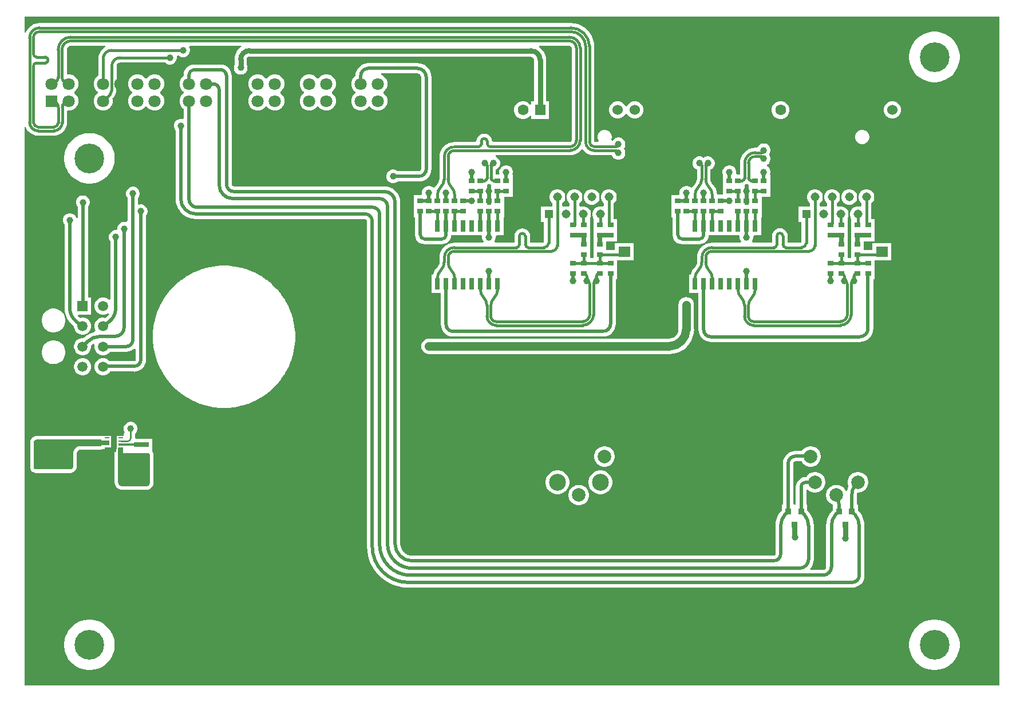
<source format=gbl>
G04*
G04 #@! TF.GenerationSoftware,Altium Limited,Altium Designer,24.5.2 (23)*
G04*
G04 Layer_Physical_Order=2*
G04 Layer_Color=16711680*
%FSLAX44Y44*%
%MOMM*%
G71*
G04*
G04 #@! TF.SameCoordinates,BE5CC84F-6731-4C53-AAD9-C32198600D17*
G04*
G04*
G04 #@! TF.FilePolarity,Positive*
G04*
G01*
G75*
%ADD27C,0.7620*%
%ADD29C,1.2700*%
%ADD30C,0.3810*%
%ADD31C,0.5080*%
%ADD33C,1.5200*%
%ADD34R,1.5200X1.5200*%
%ADD35C,3.2000*%
%ADD36R,3.2000X3.2000*%
%ADD37C,2.0000*%
%ADD38C,2.5000*%
%ADD39R,1.3080X1.3080*%
%ADD40C,1.3080*%
%ADD41C,1.5240*%
%ADD42C,1.8000*%
%ADD43R,1.6000X1.6000*%
%ADD44C,1.6000*%
%ADD45C,4.4000*%
%ADD46R,1.8000X1.8000*%
%ADD47C,1.0000*%
%ADD48C,0.2540*%
%ADD49R,0.8890X0.7620*%
%ADD50R,0.7600X1.6700*%
%ADD51R,1.7780X1.5240*%
%ADD52R,1.0160X1.5240*%
%ADD53R,0.7400X0.2700*%
%ADD54R,0.8400X2.4000*%
%ADD55R,1.5240X1.0160*%
%ADD56R,2.2000X0.6500*%
%ADD57R,0.8200X0.9200*%
%ADD58C,0.6350*%
%ADD59R,2.8045X1.6789*%
%ADD60R,1.7850X0.6850*%
%ADD61R,8.5914X0.7304*%
%ADD62R,3.4435X0.3108*%
%ADD63R,2.7741X0.7700*%
G36*
X1447521Y5179D02*
X5179D01*
Y831138D01*
X7211Y831440D01*
X7409Y830787D01*
X9261Y827323D01*
X11753Y824287D01*
X14789Y821795D01*
X18253Y819944D01*
X22011Y818803D01*
X25920Y818419D01*
Y818455D01*
X48286D01*
Y818419D01*
X52194Y818803D01*
X55953Y819944D01*
X59417Y821795D01*
X62453Y824287D01*
X64945Y827323D01*
X66796Y830787D01*
X67936Y834545D01*
X68321Y838454D01*
X68285D01*
Y855215D01*
X69002Y855765D01*
X72710D01*
X76291Y856725D01*
X79501Y858578D01*
X82123Y861200D01*
X83976Y864410D01*
X84936Y867991D01*
Y871699D01*
X83976Y875280D01*
X82123Y878490D01*
X79501Y881112D01*
X78779Y881529D01*
Y883561D01*
X79501Y883978D01*
X82123Y886600D01*
X83976Y889810D01*
X84936Y893391D01*
Y897099D01*
X83976Y900680D01*
X82123Y903890D01*
X79501Y906512D01*
X76291Y908365D01*
X72710Y909325D01*
X69002D01*
X67777Y910265D01*
Y945638D01*
X67756Y945795D01*
X68196Y948003D01*
X69535Y950008D01*
X71540Y951347D01*
X73748Y951787D01*
X73905Y951766D01*
X124782D01*
X125291Y949734D01*
X123280Y948659D01*
X120313Y946223D01*
X117877Y943256D01*
X116067Y939870D01*
X114953Y936196D01*
X114577Y932376D01*
X114611D01*
Y907436D01*
X113011Y906512D01*
X110389Y903890D01*
X108535Y900680D01*
X107576Y897099D01*
Y893391D01*
X108535Y889810D01*
X110389Y886600D01*
X113011Y883978D01*
X113733Y883561D01*
Y881529D01*
X113011Y881112D01*
X110389Y878490D01*
X108535Y875280D01*
X107576Y871699D01*
Y867991D01*
X108535Y864410D01*
X110389Y861200D01*
X113011Y858578D01*
X116221Y856725D01*
X119802Y855765D01*
X123510D01*
X127091Y856725D01*
X130301Y858578D01*
X132923Y861200D01*
X134776Y864410D01*
X135736Y867991D01*
Y871699D01*
X135258Y873483D01*
X136783Y875008D01*
X136783Y875008D01*
X136794Y874997D01*
X138772Y877407D01*
X140243Y880157D01*
X141148Y883142D01*
X141453Y886245D01*
X141437D01*
Y892956D01*
X141437Y894457D01*
X141470D01*
Y896033D01*
X141437D01*
X141437Y897533D01*
Y921476D01*
X141422Y921592D01*
X141815Y923571D01*
X143002Y925347D01*
X144779Y926534D01*
X146758Y926928D01*
X146874Y926913D01*
X213288D01*
X214309Y925892D01*
X216607Y924565D01*
X219171Y923878D01*
X221825D01*
X224389Y924565D01*
X226687Y925892D01*
X228564Y927769D01*
X229891Y930067D01*
X230578Y932631D01*
Y935285D01*
X230548Y935395D01*
X231911Y937241D01*
X233367Y937313D01*
X233867Y936814D01*
X236165Y935487D01*
X238729Y934800D01*
X241383D01*
X243946Y935487D01*
X246245Y936814D01*
X248122Y938691D01*
X249449Y940989D01*
X250136Y943553D01*
Y946207D01*
X249449Y948771D01*
X248893Y949734D01*
X250066Y951766D01*
X325476D01*
X325985Y949734D01*
X325795Y949632D01*
X322507Y946934D01*
X319808Y943645D01*
X317803Y939894D01*
X316568Y935823D01*
X316151Y931590D01*
X316179D01*
Y923601D01*
X315753Y922863D01*
X315066Y920299D01*
Y917645D01*
X315753Y915081D01*
X317080Y912783D01*
X318957Y910906D01*
X321255Y909579D01*
X323819Y908892D01*
X326473D01*
X329036Y909579D01*
X331335Y910906D01*
X333212Y912783D01*
X334539Y915081D01*
X335226Y917645D01*
Y920299D01*
X334539Y922863D01*
X334113Y923601D01*
Y931590D01*
X334104Y931656D01*
X334377Y933029D01*
X335192Y934249D01*
X336412Y935064D01*
X337785Y935337D01*
X337851Y935328D01*
X754222D01*
X754352Y935345D01*
X756079Y935002D01*
X757654Y933949D01*
X758707Y932374D01*
X759050Y930647D01*
X759033Y930517D01*
Y869630D01*
X754920D01*
Y865435D01*
X753664Y864856D01*
X752888Y864760D01*
X750631Y867017D01*
X747649Y868739D01*
X744322Y869630D01*
X740878D01*
X737551Y868739D01*
X734569Y867017D01*
X732133Y864581D01*
X730411Y861599D01*
X729520Y858272D01*
Y854828D01*
X730411Y851501D01*
X732133Y848519D01*
X734569Y846083D01*
X737551Y844361D01*
X740878Y843470D01*
X744322D01*
X747649Y844361D01*
X750631Y846083D01*
X752888Y848340D01*
X753664Y848244D01*
X754920Y847665D01*
Y843470D01*
X781080D01*
Y869630D01*
X776967D01*
Y930517D01*
X777000D01*
X776562Y934960D01*
X775266Y939233D01*
X773161Y943171D01*
X770328Y946623D01*
X766877Y949456D01*
X766356Y949734D01*
X766865Y951766D01*
X811174D01*
X811176Y951766D01*
X812513Y951500D01*
X813649Y950741D01*
X814407Y949606D01*
X814673Y948268D01*
X814673Y948267D01*
Y811714D01*
X814655D01*
X814463Y810747D01*
X813915Y809927D01*
X813095Y809379D01*
X812127Y809186D01*
Y809168D01*
X698686D01*
X696973Y809938D01*
X696581Y812922D01*
X695429Y815703D01*
X693597Y818090D01*
X691209Y819922D01*
X688428Y821074D01*
X685445Y821467D01*
X682461Y821074D01*
X679680Y819922D01*
X677293Y818090D01*
X675461Y815703D01*
X674309Y812922D01*
X673916Y809938D01*
X672203Y809168D01*
X641144D01*
Y809214D01*
X636845Y808791D01*
X632711Y807536D01*
X628901Y805500D01*
X625561Y802759D01*
X622821Y799420D01*
X620784Y795610D01*
X619530Y791476D01*
X619107Y787176D01*
X619153D01*
Y754831D01*
X618789Y752072D01*
X617604Y749210D01*
X616921Y748320D01*
X615660Y746810D01*
X615660Y746810D01*
X612891Y743435D01*
X612174Y742094D01*
X610164Y741796D01*
X609719Y742241D01*
X607421Y743568D01*
X604857Y744255D01*
X602203D01*
X599639Y743568D01*
X597341Y742241D01*
X595464Y740364D01*
X594137Y738065D01*
X593450Y735502D01*
Y732848D01*
X593517Y732596D01*
X592280Y730984D01*
X581305D01*
Y713204D01*
Y697964D01*
X583144D01*
Y671902D01*
X583089D01*
X583569Y668255D01*
X584977Y664856D01*
X587216Y661938D01*
X590135Y659699D01*
X593533Y658291D01*
X597180Y657811D01*
Y657866D01*
X622906D01*
Y657814D01*
X626467Y658283D01*
X629786Y659658D01*
X632637Y661845D01*
X634824Y664695D01*
X636199Y668014D01*
X636595Y671028D01*
X681131D01*
X682368Y669416D01*
X682350Y669347D01*
Y666693D01*
X683037Y664129D01*
X684218Y662083D01*
X683599Y660051D01*
X641144D01*
Y660096D01*
X636882Y659676D01*
X632784Y658433D01*
X629008Y656415D01*
X625698Y653698D01*
X622981Y650388D01*
X620962Y646611D01*
X619719Y642514D01*
X619300Y638252D01*
X619344D01*
Y632402D01*
X619365Y632249D01*
X618959Y629165D01*
X617709Y626148D01*
X616926Y625127D01*
X615660Y623620D01*
X615660Y623620D01*
X612891Y620245D01*
X610833Y616395D01*
X609678Y612588D01*
X607350D01*
Y585728D01*
X620050D01*
Y585728D01*
X621244D01*
Y539108D01*
X621223D01*
X621569Y535599D01*
X622592Y532225D01*
X624254Y529115D01*
X626491Y526389D01*
X629217Y524153D01*
X632326Y522491D01*
X635700Y521467D01*
X639209Y521121D01*
Y521142D01*
X861075D01*
Y521117D01*
X864759Y521480D01*
X868302Y522555D01*
X871567Y524300D01*
X874429Y526649D01*
X876778Y529511D01*
X878523Y532776D01*
X879598Y536319D01*
X879961Y540003D01*
X879936D01*
Y606044D01*
X881775D01*
Y621284D01*
Y633730D01*
X906700D01*
Y659130D01*
X878760D01*
Y649411D01*
X865813D01*
Y662178D01*
X881775D01*
Y677418D01*
Y695198D01*
X876795D01*
Y718400D01*
X876885Y718452D01*
X879048Y720615D01*
X880578Y723265D01*
X881370Y726220D01*
Y729280D01*
X880578Y732235D01*
X879048Y734885D01*
X876885Y737048D01*
X874235Y738578D01*
X871280Y739370D01*
X868220D01*
X865265Y738578D01*
X862615Y737048D01*
X860452Y734885D01*
X858922Y732235D01*
X858130Y729280D01*
Y726220D01*
X858922Y723265D01*
X860452Y720615D01*
X862615Y718452D01*
X862705Y718400D01*
Y714647D01*
X860673Y713409D01*
X858580Y713970D01*
X855520D01*
X852565Y713178D01*
X849915Y711648D01*
X847752Y709485D01*
X846222Y706835D01*
X845430Y703880D01*
Y700820D01*
X846222Y697865D01*
X846622Y697172D01*
X846763Y695198D01*
X846763Y695198D01*
X846763Y695198D01*
Y677418D01*
Y662178D01*
Y649224D01*
Y637219D01*
X841937D01*
Y649224D01*
Y662178D01*
Y677418D01*
Y695198D01*
X841937Y695198D01*
X841937D01*
X842078Y697172D01*
X842478Y697865D01*
X843270Y700820D01*
Y703880D01*
X842478Y706835D01*
X840948Y709485D01*
X838785Y711648D01*
X836135Y713178D01*
X833180Y713970D01*
X830120D01*
X828027Y713409D01*
X825995Y714647D01*
Y718400D01*
X826085Y718452D01*
X828248Y720615D01*
X829778Y723265D01*
X830570Y726220D01*
Y729280D01*
X829778Y732235D01*
X828248Y734885D01*
X826085Y737048D01*
X823435Y738578D01*
X820480Y739370D01*
X817420D01*
X814465Y738578D01*
X811815Y737048D01*
X809652Y734885D01*
X808122Y732235D01*
X807330Y729280D01*
Y726220D01*
X808122Y723265D01*
X809652Y720615D01*
X811815Y718452D01*
X811905Y718400D01*
Y714647D01*
X809873Y713409D01*
X807780Y713970D01*
X804720D01*
X802627Y713409D01*
X800595Y714647D01*
Y718400D01*
X800685Y718452D01*
X802848Y720615D01*
X804378Y723265D01*
X805170Y726220D01*
Y729280D01*
X804378Y732235D01*
X802848Y734885D01*
X800685Y737048D01*
X798035Y738578D01*
X795080Y739370D01*
X792020D01*
X789065Y738578D01*
X786415Y737048D01*
X784252Y734885D01*
X782722Y732235D01*
X781930Y729280D01*
Y726220D01*
X782722Y723265D01*
X784252Y720615D01*
X786415Y718452D01*
X786505Y718400D01*
Y713970D01*
X769230D01*
Y690730D01*
X773805D01*
Y660118D01*
X773738D01*
Y660051D01*
X753213D01*
Y669645D01*
X753251D01*
X752858Y672629D01*
X751706Y675409D01*
X749874Y677797D01*
X747487Y679629D01*
X744706Y680781D01*
X741722Y681173D01*
X738739Y680781D01*
X735958Y679629D01*
X733570Y677797D01*
X731738Y675409D01*
X730587Y672629D01*
X730194Y669645D01*
X730232D01*
Y660051D01*
X701261D01*
X700642Y662083D01*
X701823Y664129D01*
X702510Y666693D01*
Y669347D01*
X702491Y669416D01*
X703728Y671028D01*
X714010D01*
Y697888D01*
X714655Y698218D01*
Y713458D01*
Y727825D01*
X727355D01*
Y743065D01*
Y760845D01*
X727355D01*
X727296Y760922D01*
X727910Y763213D01*
Y765867D01*
X727223Y768431D01*
X725896Y770729D01*
X724019Y772606D01*
X721721Y773933D01*
X719157Y774620D01*
X716503D01*
X713939Y773933D01*
X711641Y772606D01*
X709764Y770729D01*
X708437Y768431D01*
X707750Y765867D01*
Y763213D01*
X707952Y762457D01*
X706715Y760845D01*
X702250D01*
Y768443D01*
X702572Y768529D01*
X704870Y769856D01*
X706747Y771733D01*
X708074Y774031D01*
X708761Y776595D01*
Y779249D01*
X708074Y781813D01*
X706747Y784111D01*
X704870Y785988D01*
X702572Y787315D01*
X702040Y787458D01*
X702307Y789490D01*
X812127D01*
Y789443D01*
X816472Y789871D01*
X820650Y791138D01*
X824501Y793196D01*
X827876Y795966D01*
X829531Y797983D01*
X830477Y798103D01*
X832037Y797833D01*
X834152Y795255D01*
X837154Y792792D01*
X840578Y790962D01*
X844293Y789835D01*
X848157Y789454D01*
Y789490D01*
X874387D01*
X874473Y789168D01*
X875800Y786870D01*
X877677Y784993D01*
X879975Y783666D01*
X882539Y782979D01*
X885193D01*
X887757Y783666D01*
X890055Y784993D01*
X891932Y786870D01*
X893259Y789168D01*
X893946Y791732D01*
Y794386D01*
X893259Y796950D01*
X891932Y799248D01*
X891851Y799329D01*
X891932Y799410D01*
X893259Y801708D01*
X893946Y804272D01*
Y806926D01*
X893259Y809490D01*
X891932Y811788D01*
X890055Y813665D01*
X887757Y814992D01*
X885193Y815679D01*
X882539D01*
X879975Y814992D01*
X877677Y813665D01*
X875800Y811788D01*
X875115Y810603D01*
X874426D01*
X873222Y812582D01*
X873940Y815262D01*
Y818038D01*
X873222Y820718D01*
X871834Y823122D01*
X869872Y825084D01*
X867468Y826472D01*
X864788Y827190D01*
X862012D01*
X859332Y826472D01*
X856928Y825084D01*
X854966Y823122D01*
X853578Y820718D01*
X852860Y818038D01*
Y815262D01*
X853578Y812582D01*
X854376Y811200D01*
X853203Y809168D01*
X848157D01*
Y809233D01*
X848138Y809241D01*
X848130Y809260D01*
X848065D01*
Y950468D01*
X848112D01*
X847684Y955909D01*
X846410Y961215D01*
X844321Y966257D01*
X841470Y970910D01*
X837926Y975060D01*
X833776Y978604D01*
X829123Y981456D01*
X824081Y983544D01*
X818774Y984818D01*
X813334Y985246D01*
Y985199D01*
X27716D01*
Y985244D01*
X23455Y984825D01*
X19358Y983582D01*
X15582Y981563D01*
X12273Y978847D01*
X9556Y975537D01*
X7538Y971762D01*
X7211Y970685D01*
X5179Y970986D01*
Y994821D01*
X1447521D01*
Y5179D01*
D02*
G37*
G36*
X693571Y746335D02*
X695605Y745493D01*
Y743065D01*
Y727825D01*
Y715998D01*
X689255D01*
Y731238D01*
X689217D01*
Y743065D01*
Y745493D01*
X691251Y746335D01*
X692411Y747225D01*
X693571Y746335D01*
D02*
G37*
%LPC*%
G36*
X586258Y925932D02*
Y925896D01*
X513837D01*
Y925921D01*
X510151Y925558D01*
X506607Y924483D01*
X503341Y922737D01*
X500478Y920388D01*
X498129Y917525D01*
X496383Y914259D01*
X495308Y910715D01*
X494947Y907053D01*
X494011Y906512D01*
X491389Y903890D01*
X489535Y900680D01*
X488576Y897099D01*
Y893391D01*
X489535Y889810D01*
X491389Y886600D01*
X494011Y883978D01*
X494733Y883561D01*
Y881529D01*
X494011Y881112D01*
X491389Y878490D01*
X489535Y875280D01*
X488576Y871699D01*
Y867991D01*
X489535Y864410D01*
X491389Y861200D01*
X494011Y858578D01*
X497221Y856725D01*
X500802Y855765D01*
X504510D01*
X508091Y856725D01*
X511301Y858578D01*
X513923Y861200D01*
X514340Y861922D01*
X516372D01*
X516789Y861200D01*
X519411Y858578D01*
X522621Y856725D01*
X526202Y855765D01*
X529910D01*
X533491Y856725D01*
X536701Y858578D01*
X539323Y861200D01*
X541176Y864410D01*
X542136Y867991D01*
Y871699D01*
X541176Y875280D01*
X539323Y878490D01*
X536701Y881112D01*
X535979Y881529D01*
Y883561D01*
X536701Y883978D01*
X539323Y886600D01*
X541176Y889810D01*
X542136Y893391D01*
Y897099D01*
X541176Y900680D01*
X539323Y903890D01*
X536701Y906512D01*
X533491Y908365D01*
X533017Y908492D01*
X533285Y910524D01*
X586258D01*
X586411Y910544D01*
X588488Y910131D01*
X590378Y908868D01*
X591641Y906978D01*
X592054Y904901D01*
X592034Y904748D01*
Y769392D01*
X592037Y769372D01*
X591772Y768044D01*
X591009Y766901D01*
X589866Y766137D01*
X588537Y765873D01*
X588518Y765876D01*
X557242D01*
X556861Y766256D01*
X554563Y767583D01*
X551999Y768270D01*
X549345D01*
X546781Y767583D01*
X544483Y766256D01*
X542606Y764379D01*
X541279Y762081D01*
X540592Y759517D01*
Y756863D01*
X541279Y754299D01*
X542606Y752001D01*
X544483Y750124D01*
X546781Y748797D01*
X549345Y748110D01*
X551999D01*
X554563Y748797D01*
X556861Y750124D01*
X557242Y750504D01*
X588518D01*
Y750479D01*
X592208Y750842D01*
X595756Y751919D01*
X599025Y753666D01*
X601891Y756018D01*
X604244Y758884D01*
X605991Y762154D01*
X607067Y765702D01*
X607431Y769392D01*
X607406D01*
Y904748D01*
X607442D01*
X607035Y908881D01*
X605829Y912855D01*
X603872Y916517D01*
X601237Y919727D01*
X598027Y922362D01*
X594365Y924320D01*
X590391Y925525D01*
X586258Y925932D01*
D02*
G37*
G36*
X295100Y923878D02*
Y923864D01*
X256172D01*
Y923871D01*
X253205Y923579D01*
X250352Y922713D01*
X247722Y921308D01*
X245417Y919417D01*
X243526Y917112D01*
X242120Y914482D01*
X241255Y911629D01*
X240963Y908662D01*
X240963D01*
X240527Y906810D01*
X240011Y906512D01*
X237389Y903890D01*
X235536Y900680D01*
X234576Y897099D01*
Y893391D01*
X235536Y889810D01*
X237389Y886600D01*
X240011Y883978D01*
X240733Y883561D01*
Y881529D01*
X240011Y881112D01*
X237389Y878490D01*
X235536Y875280D01*
X234576Y871699D01*
Y867991D01*
X235536Y864410D01*
X237389Y861200D01*
X240011Y858578D01*
X240970Y858024D01*
Y844565D01*
X238938Y843006D01*
X237956Y843269D01*
X235302D01*
X232738Y842582D01*
X230440Y841255D01*
X228563Y839379D01*
X227236Y837080D01*
X226549Y834516D01*
Y831862D01*
X227236Y829298D01*
X228563Y827000D01*
X228943Y826620D01*
Y724722D01*
X228918D01*
X229282Y720089D01*
X230367Y715570D01*
X232146Y711277D01*
X234574Y707315D01*
X237592Y703781D01*
X241125Y700763D01*
X245088Y698335D01*
X249381Y696556D01*
X253900Y695471D01*
X258533Y695107D01*
Y695132D01*
X508762D01*
X508765Y695133D01*
X510001Y694887D01*
X511051Y694185D01*
X511753Y693135D01*
X511999Y691899D01*
X511998Y691896D01*
Y210812D01*
X511968D01*
X512352Y203972D01*
X513500Y197218D01*
X515396Y190635D01*
X518018Y184306D01*
X521332Y178309D01*
X525296Y172722D01*
X529861Y167614D01*
X534969Y163049D01*
X540557Y159085D01*
X546553Y155771D01*
X552882Y153149D01*
X559465Y151252D01*
X566219Y150105D01*
X573059Y149721D01*
Y149751D01*
X573060Y149751D01*
X1229652Y149751D01*
Y149730D01*
X1233185Y150078D01*
X1236582Y151108D01*
X1239713Y152782D01*
X1242457Y155034D01*
X1244709Y157778D01*
X1246383Y160909D01*
X1247413Y164306D01*
X1247761Y167839D01*
X1247740D01*
Y241135D01*
X1247776D01*
X1247368Y246316D01*
X1246155Y251370D01*
X1244166Y256172D01*
X1241450Y260604D01*
X1239623Y262743D01*
X1239632Y262751D01*
X1239295Y263191D01*
X1238764Y263599D01*
X1238160Y264386D01*
Y272410D01*
X1236666D01*
Y286109D01*
X1236652Y286214D01*
X1236982Y289569D01*
X1237301Y290620D01*
X1239535D01*
X1242449Y291199D01*
X1245193Y292336D01*
X1247663Y293987D01*
X1249763Y296087D01*
X1251414Y298557D01*
X1252551Y301301D01*
X1253130Y304215D01*
Y307185D01*
X1252551Y310099D01*
X1251414Y312843D01*
X1249763Y315313D01*
X1247663Y317413D01*
X1245193Y319064D01*
X1242449Y320201D01*
X1239535Y320780D01*
X1236565D01*
X1233651Y320201D01*
X1230907Y319064D01*
X1228437Y317413D01*
X1226337Y315313D01*
X1224686Y312843D01*
X1223549Y310099D01*
X1222970Y307185D01*
Y304215D01*
X1223549Y301301D01*
X1224241Y299632D01*
X1222879Y296344D01*
X1222118Y293177D01*
X1219988Y293009D01*
X1219664Y293793D01*
X1218013Y296263D01*
X1215913Y298363D01*
X1213443Y300014D01*
X1210699Y301150D01*
X1207785Y301730D01*
X1204815D01*
X1201901Y301150D01*
X1199157Y300014D01*
X1196687Y298363D01*
X1194587Y296263D01*
X1192936Y293793D01*
X1191799Y291049D01*
X1191220Y288135D01*
Y285165D01*
X1191799Y282251D01*
X1192936Y279507D01*
X1194587Y277037D01*
X1196687Y274937D01*
X1199157Y273286D01*
X1199157Y273286D01*
X1199243Y273243D01*
X1200800Y272410D01*
Y264456D01*
X1199823Y263313D01*
X1199665Y263191D01*
X1199182Y262561D01*
X1197510Y260604D01*
X1194794Y256172D01*
X1192805Y251370D01*
X1191591Y246316D01*
X1191184Y241135D01*
X1191220D01*
Y180459D01*
X1191232Y180366D01*
X1190886Y178627D01*
X1189849Y177074D01*
X1188296Y176036D01*
X1186556Y175690D01*
X1186463Y175703D01*
X1168359D01*
X1167398Y177735D01*
X1169353Y180117D01*
X1171267Y183698D01*
X1172446Y187583D01*
X1172843Y191624D01*
X1172810D01*
Y241135D01*
X1172846D01*
X1172438Y246316D01*
X1171225Y251370D01*
X1169236Y256172D01*
X1166520Y260604D01*
X1164693Y262743D01*
X1164702Y262751D01*
X1164365Y263191D01*
X1163834Y263599D01*
X1163230Y264386D01*
Y272410D01*
X1161736D01*
Y294314D01*
X1163768Y295156D01*
X1164937Y293987D01*
X1167407Y292336D01*
X1170151Y291199D01*
X1173065Y290620D01*
X1176035D01*
X1178949Y291199D01*
X1181693Y292336D01*
X1184163Y293987D01*
X1186263Y296087D01*
X1187914Y298557D01*
X1189051Y301301D01*
X1189630Y304215D01*
Y307185D01*
X1189051Y310099D01*
X1187914Y312843D01*
X1186263Y315313D01*
X1184163Y317413D01*
X1181693Y319064D01*
X1178949Y320201D01*
X1176035Y320780D01*
X1173065D01*
X1170151Y320201D01*
X1167407Y319064D01*
X1164937Y317413D01*
X1162837Y315313D01*
X1162553Y314889D01*
X1161129Y313447D01*
X1157292Y312942D01*
X1153716Y311460D01*
X1150645Y309104D01*
X1149141Y307144D01*
X1148289Y306034D01*
X1146808Y302458D01*
X1146303Y298621D01*
X1146364D01*
Y273708D01*
X1144870Y272410D01*
X1144768D01*
X1142736Y273708D01*
Y333908D01*
X1142747D01*
X1142943Y334889D01*
X1143499Y335721D01*
X1144331Y336277D01*
X1145312Y336472D01*
Y336484D01*
X1154952D01*
X1156487Y334187D01*
X1158587Y332087D01*
X1161057Y330436D01*
X1163801Y329300D01*
X1166715Y328720D01*
X1169685D01*
X1172599Y329300D01*
X1175343Y330436D01*
X1177813Y332087D01*
X1179913Y334187D01*
X1181564Y336657D01*
X1182701Y339401D01*
X1183280Y342315D01*
Y345285D01*
X1182701Y348199D01*
X1181564Y350943D01*
X1179913Y353413D01*
X1177813Y355513D01*
X1175343Y357164D01*
X1172599Y358301D01*
X1169685Y358880D01*
X1166715D01*
X1163801Y358301D01*
X1161057Y357164D01*
X1158587Y355513D01*
X1156487Y353413D01*
X1155446Y351856D01*
X1145312D01*
Y351876D01*
X1141806Y351531D01*
X1138436Y350509D01*
X1135329Y348848D01*
X1132606Y346614D01*
X1130371Y343891D01*
X1128711Y340784D01*
X1127689Y337413D01*
X1127343Y333908D01*
X1127364D01*
Y272410D01*
X1125870D01*
Y264456D01*
X1124893Y263313D01*
X1124735Y263191D01*
X1124251Y262561D01*
X1122579Y260604D01*
X1119864Y256172D01*
X1117875Y251370D01*
X1116662Y246316D01*
X1116254Y241135D01*
X1116290D01*
Y199824D01*
X1116285D01*
X1116063Y198706D01*
X1115430Y197759D01*
X1114483Y197127D01*
X1113366Y196904D01*
Y196899D01*
X578866D01*
X578761Y196885D01*
X575405Y197216D01*
X572078Y198225D01*
X569011Y199865D01*
X566323Y202071D01*
X564117Y204759D01*
X562478Y207825D01*
X561468Y211153D01*
X561138Y214508D01*
X561152Y214613D01*
Y720189D01*
X561199D01*
X560749Y724751D01*
X559419Y729137D01*
X557258Y733179D01*
X554350Y736722D01*
X550807Y739630D01*
X546765Y741791D01*
X542379Y743121D01*
X537817Y743571D01*
Y743524D01*
X315092D01*
X315082Y743522D01*
X313805Y743776D01*
X312714Y744505D01*
X311985Y745597D01*
X311731Y746873D01*
X311732Y746884D01*
Y907232D01*
X311746D01*
X311427Y910480D01*
X310479Y913602D01*
X308941Y916480D01*
X306871Y919003D01*
X304348Y921073D01*
X301471Y922611D01*
X298348Y923558D01*
X295100Y923878D01*
D02*
G37*
G36*
X453710Y909325D02*
X450002D01*
X446421Y908365D01*
X443211Y906512D01*
X440589Y903890D01*
X440172Y903168D01*
X438140D01*
X437723Y903890D01*
X435101Y906512D01*
X431891Y908365D01*
X428310Y909325D01*
X424602D01*
X421021Y908365D01*
X417811Y906512D01*
X415189Y903890D01*
X413335Y900680D01*
X412376Y897099D01*
Y893391D01*
X413335Y889810D01*
X415189Y886600D01*
X417811Y883978D01*
X418533Y883561D01*
Y881529D01*
X417811Y881112D01*
X415189Y878490D01*
X413335Y875280D01*
X412376Y871699D01*
Y867991D01*
X413335Y864410D01*
X415189Y861200D01*
X417811Y858578D01*
X421021Y856725D01*
X424602Y855765D01*
X428310D01*
X431891Y856725D01*
X435101Y858578D01*
X437723Y861200D01*
X438140Y861922D01*
X440172D01*
X440589Y861200D01*
X443211Y858578D01*
X446421Y856725D01*
X450002Y855765D01*
X453710D01*
X457291Y856725D01*
X460501Y858578D01*
X463123Y861200D01*
X464976Y864410D01*
X465936Y867991D01*
Y871699D01*
X464976Y875280D01*
X463123Y878490D01*
X460501Y881112D01*
X459779Y881529D01*
Y883561D01*
X460501Y883978D01*
X463123Y886600D01*
X464976Y889810D01*
X465936Y893391D01*
Y897099D01*
X464976Y900680D01*
X463123Y903890D01*
X460501Y906512D01*
X457291Y908365D01*
X453710Y909325D01*
D02*
G37*
G36*
X377510Y909325D02*
X373802D01*
X370221Y908365D01*
X367011Y906512D01*
X364389Y903890D01*
X363972Y903168D01*
X361940D01*
X361523Y903890D01*
X358901Y906512D01*
X355691Y908365D01*
X352110Y909325D01*
X348402D01*
X344821Y908365D01*
X341611Y906512D01*
X338989Y903890D01*
X337136Y900680D01*
X336176Y897099D01*
Y893391D01*
X337136Y889810D01*
X338989Y886600D01*
X341611Y883978D01*
X342333Y883561D01*
Y881529D01*
X341611Y881112D01*
X338989Y878490D01*
X337136Y875280D01*
X336176Y871699D01*
Y867991D01*
X337136Y864410D01*
X338989Y861200D01*
X341611Y858578D01*
X344821Y856725D01*
X348402Y855765D01*
X352110D01*
X355691Y856725D01*
X358901Y858578D01*
X361523Y861200D01*
X361940Y861922D01*
X363972D01*
X364389Y861200D01*
X367011Y858578D01*
X370221Y856725D01*
X373802Y855765D01*
X377510D01*
X381091Y856725D01*
X384301Y858578D01*
X386923Y861200D01*
X388776Y864410D01*
X389736Y867991D01*
Y871699D01*
X388776Y875280D01*
X386923Y878490D01*
X384301Y881112D01*
X383579Y881529D01*
Y883561D01*
X384301Y883978D01*
X386923Y886600D01*
X388776Y889810D01*
X389736Y893391D01*
Y897099D01*
X388776Y900680D01*
X386923Y903890D01*
X384301Y906512D01*
X381091Y908365D01*
X377510Y909325D01*
D02*
G37*
G36*
X199710D02*
X196002D01*
X192421Y908365D01*
X189211Y906512D01*
X186589Y903890D01*
X186172Y903168D01*
X184140D01*
X183723Y903890D01*
X181101Y906512D01*
X177891Y908365D01*
X174310Y909325D01*
X170602D01*
X167021Y908365D01*
X163811Y906512D01*
X161189Y903890D01*
X159335Y900680D01*
X158376Y897099D01*
Y893391D01*
X159335Y889810D01*
X161189Y886600D01*
X163811Y883978D01*
X164533Y883561D01*
Y881529D01*
X163811Y881112D01*
X161189Y878490D01*
X159335Y875280D01*
X158376Y871699D01*
Y867991D01*
X159335Y864410D01*
X161189Y861200D01*
X163811Y858578D01*
X167021Y856725D01*
X170602Y855765D01*
X174310D01*
X177891Y856725D01*
X181101Y858578D01*
X183723Y861200D01*
X184140Y861922D01*
X186172D01*
X186589Y861200D01*
X189211Y858578D01*
X192421Y856725D01*
X196002Y855765D01*
X199710D01*
X203291Y856725D01*
X206501Y858578D01*
X209123Y861200D01*
X210976Y864410D01*
X211936Y867991D01*
Y871699D01*
X210976Y875280D01*
X209123Y878490D01*
X206501Y881112D01*
X205779Y881529D01*
Y883561D01*
X206501Y883978D01*
X209123Y886600D01*
X210976Y889810D01*
X211936Y893391D01*
Y897099D01*
X210976Y900680D01*
X209123Y903890D01*
X206501Y906512D01*
X203291Y908365D01*
X199710Y909325D01*
D02*
G37*
G36*
X1353797Y972328D02*
X1348903D01*
X1344052Y971689D01*
X1339326Y970423D01*
X1334805Y968550D01*
X1330567Y966104D01*
X1326685Y963125D01*
X1323225Y959665D01*
X1320246Y955783D01*
X1317800Y951545D01*
X1315927Y947024D01*
X1314661Y942298D01*
X1314022Y937447D01*
Y932553D01*
X1314661Y927702D01*
X1315927Y922976D01*
X1317800Y918455D01*
X1320246Y914217D01*
X1323225Y910335D01*
X1326685Y906875D01*
X1330567Y903896D01*
X1334805Y901450D01*
X1339326Y899577D01*
X1344052Y898311D01*
X1348903Y897672D01*
X1353797D01*
X1358648Y898311D01*
X1363374Y899577D01*
X1367895Y901450D01*
X1372133Y903896D01*
X1376015Y906875D01*
X1379475Y910335D01*
X1382454Y914217D01*
X1384900Y918455D01*
X1386773Y922976D01*
X1388039Y927702D01*
X1388678Y932553D01*
Y937447D01*
X1388039Y942298D01*
X1386773Y947024D01*
X1384900Y951545D01*
X1382454Y955783D01*
X1379475Y959665D01*
X1376015Y963125D01*
X1372133Y966104D01*
X1367895Y968550D01*
X1363374Y970423D01*
X1358648Y971689D01*
X1353797Y972328D01*
D02*
G37*
G36*
X909672Y869250D02*
X906328D01*
X903098Y868384D01*
X900202Y866712D01*
X897837Y864348D01*
X896420Y861893D01*
X895467Y861681D01*
X895133D01*
X894180Y861893D01*
X892762Y864348D01*
X890398Y866712D01*
X887502Y868384D01*
X884272Y869250D01*
X880928D01*
X877698Y868384D01*
X874802Y866712D01*
X872437Y864348D01*
X870765Y861452D01*
X869900Y858222D01*
Y854878D01*
X870765Y851648D01*
X872437Y848752D01*
X874802Y846387D01*
X877698Y844715D01*
X880928Y843850D01*
X884272D01*
X887502Y844715D01*
X890398Y846387D01*
X892762Y848752D01*
X894180Y851207D01*
X895133Y851419D01*
X895467D01*
X896420Y851207D01*
X897837Y848752D01*
X900202Y846387D01*
X903098Y844715D01*
X906328Y843850D01*
X909672D01*
X912902Y844715D01*
X915798Y846387D01*
X918162Y848752D01*
X919834Y851648D01*
X920700Y854878D01*
Y858222D01*
X919834Y861452D01*
X918162Y864348D01*
X915798Y866712D01*
X912902Y868384D01*
X909672Y869250D01*
D02*
G37*
G36*
X1290672D02*
X1287328D01*
X1284098Y868384D01*
X1281202Y866712D01*
X1278837Y864348D01*
X1277165Y861452D01*
X1276300Y858222D01*
Y854878D01*
X1277165Y851648D01*
X1278837Y848752D01*
X1281202Y846387D01*
X1284098Y844715D01*
X1287328Y843850D01*
X1290672D01*
X1293902Y844715D01*
X1296798Y846387D01*
X1299162Y848752D01*
X1300834Y851648D01*
X1301700Y854878D01*
Y858222D01*
X1300834Y861452D01*
X1299162Y864348D01*
X1296798Y866712D01*
X1293902Y868384D01*
X1290672Y869250D01*
D02*
G37*
G36*
X1125322Y869630D02*
X1121878D01*
X1118551Y868739D01*
X1115569Y867017D01*
X1113133Y864581D01*
X1111411Y861599D01*
X1110520Y858272D01*
Y854828D01*
X1111411Y851501D01*
X1113133Y848519D01*
X1115569Y846083D01*
X1118551Y844361D01*
X1121878Y843470D01*
X1125322D01*
X1128649Y844361D01*
X1131631Y846083D01*
X1134067Y848519D01*
X1135789Y851501D01*
X1136680Y854828D01*
Y858272D01*
X1135789Y861599D01*
X1134067Y864581D01*
X1131631Y867017D01*
X1128649Y868739D01*
X1125322Y869630D01*
D02*
G37*
G36*
X1245788Y827190D02*
X1243012D01*
X1240332Y826472D01*
X1237928Y825084D01*
X1235966Y823122D01*
X1234578Y820718D01*
X1233860Y818038D01*
Y815262D01*
X1234578Y812582D01*
X1235966Y810178D01*
X1237928Y808216D01*
X1240332Y806828D01*
X1243012Y806110D01*
X1245788D01*
X1248468Y806828D01*
X1250872Y808216D01*
X1252834Y810178D01*
X1254222Y812582D01*
X1254940Y815262D01*
Y818038D01*
X1254222Y820718D01*
X1252834Y823122D01*
X1250872Y825084D01*
X1248468Y826472D01*
X1245788Y827190D01*
D02*
G37*
G36*
X1100157Y807052D02*
X1097503D01*
X1094939Y806365D01*
X1092641Y805038D01*
X1090764Y803161D01*
X1089437Y800863D01*
X1089351Y800541D01*
X1086384D01*
Y800591D01*
X1081924Y800152D01*
X1077635Y798851D01*
X1073682Y796738D01*
X1070218Y793895D01*
X1067375Y790431D01*
X1065262Y786478D01*
X1063961Y782189D01*
X1063522Y777729D01*
X1063572D01*
Y760845D01*
X1059144D01*
X1057907Y762457D01*
X1058110Y763213D01*
Y765867D01*
X1057423Y768431D01*
X1056096Y770729D01*
X1054219Y772606D01*
X1051920Y773933D01*
X1049357Y774620D01*
X1046703D01*
X1044139Y773933D01*
X1041841Y772606D01*
X1039964Y770729D01*
X1038637Y768431D01*
X1037950Y765867D01*
Y763213D01*
X1038564Y760922D01*
X1038505Y760845D01*
X1038505D01*
Y743065D01*
Y731238D01*
X1029705D01*
X1029294Y735408D01*
X1028027Y739585D01*
X1025969Y743435D01*
X1023200Y746810D01*
X1023200Y746810D01*
X1021924Y748313D01*
X1021276Y749158D01*
X1020179Y751809D01*
X1019818Y754550D01*
X1019831Y754653D01*
Y768269D01*
X1020153Y768355D01*
X1022451Y769682D01*
X1024328Y771559D01*
X1025655Y773857D01*
X1026342Y776421D01*
Y779075D01*
X1025655Y781639D01*
X1024328Y783937D01*
X1022451Y785814D01*
X1020153Y787141D01*
X1017589Y787828D01*
X1014935D01*
X1012371Y787141D01*
X1010073Y785814D01*
X1009992Y785733D01*
X1009911Y785814D01*
X1007613Y787141D01*
X1005049Y787828D01*
X1002395D01*
X999831Y787141D01*
X997533Y785814D01*
X995656Y783937D01*
X994329Y781639D01*
X993642Y779075D01*
Y776421D01*
X994329Y773857D01*
X995656Y771559D01*
X997533Y769682D01*
X999831Y768355D01*
X1000153Y768269D01*
Y754831D01*
X999789Y752072D01*
X998604Y749210D01*
X997921Y748320D01*
X996660Y746810D01*
X996660Y746810D01*
X993891Y743435D01*
X993174Y742094D01*
X991164Y741796D01*
X990719Y742241D01*
X988420Y743568D01*
X985857Y744255D01*
X983203D01*
X980639Y743568D01*
X978341Y742241D01*
X976464Y740364D01*
X975137Y738065D01*
X974450Y735502D01*
Y732848D01*
X974517Y732596D01*
X973280Y730984D01*
X962305D01*
Y713204D01*
Y697964D01*
X964144D01*
Y671902D01*
X964089D01*
X964569Y668255D01*
X965977Y664856D01*
X968216Y661938D01*
X971134Y659699D01*
X974533Y658291D01*
X978180Y657811D01*
Y657866D01*
X1003905D01*
Y657814D01*
X1007467Y658283D01*
X1010787Y659658D01*
X1013637Y661845D01*
X1015824Y664695D01*
X1017199Y668014D01*
X1017595Y671028D01*
X1062131D01*
X1063368Y669416D01*
X1063350Y669347D01*
Y666693D01*
X1064037Y664129D01*
X1065218Y662083D01*
X1064599Y660051D01*
X1022144D01*
Y660096D01*
X1017882Y659676D01*
X1013784Y658433D01*
X1010008Y656415D01*
X1006698Y653698D01*
X1003981Y650388D01*
X1001962Y646611D01*
X1000719Y642514D01*
X1000300Y638252D01*
X1000344D01*
Y632402D01*
X1000365Y632249D01*
X999959Y629165D01*
X998709Y626148D01*
X997926Y625127D01*
X996660Y623620D01*
X996660Y623620D01*
X993891Y620245D01*
X991833Y616395D01*
X990678Y612588D01*
X988350D01*
Y585728D01*
X1001050D01*
Y585728D01*
X1002244D01*
Y531502D01*
X1002222D01*
X1002574Y527924D01*
X1003618Y524483D01*
X1005313Y521312D01*
X1007594Y518532D01*
X1010373Y516251D01*
X1013544Y514556D01*
X1016985Y513512D01*
X1020564Y513160D01*
Y513182D01*
X1240564D01*
Y513151D01*
X1244508Y513539D01*
X1248301Y514690D01*
X1251796Y516558D01*
X1254860Y519072D01*
X1257374Y522136D01*
X1259242Y525631D01*
X1260393Y529424D01*
X1260781Y533368D01*
X1260750D01*
Y606044D01*
X1262775D01*
Y621284D01*
Y633730D01*
X1287700D01*
Y659130D01*
X1259760D01*
Y649411D01*
X1246813D01*
Y662178D01*
X1262775D01*
Y677418D01*
Y695198D01*
X1257795D01*
Y718400D01*
X1257885Y718452D01*
X1260048Y720615D01*
X1261578Y723265D01*
X1262370Y726220D01*
Y729280D01*
X1261578Y732235D01*
X1260048Y734885D01*
X1257885Y737048D01*
X1255235Y738578D01*
X1252280Y739370D01*
X1249220D01*
X1246265Y738578D01*
X1243615Y737048D01*
X1241452Y734885D01*
X1239922Y732235D01*
X1239130Y729280D01*
Y726220D01*
X1239922Y723265D01*
X1241452Y720615D01*
X1243615Y718452D01*
X1243705Y718400D01*
Y714647D01*
X1241673Y713409D01*
X1239580Y713970D01*
X1236520D01*
X1233565Y713178D01*
X1230915Y711648D01*
X1228752Y709485D01*
X1227222Y706835D01*
X1226430Y703880D01*
Y700820D01*
X1227222Y697865D01*
X1227622Y697172D01*
X1227763Y695198D01*
X1227763Y695198D01*
X1227763Y695198D01*
Y677418D01*
Y662178D01*
Y649224D01*
Y637219D01*
X1222937D01*
Y649224D01*
Y662178D01*
Y677418D01*
Y695198D01*
X1222937Y695198D01*
X1222937D01*
X1223078Y697172D01*
X1223478Y697865D01*
X1224270Y700820D01*
Y703880D01*
X1223478Y706835D01*
X1221948Y709485D01*
X1219785Y711648D01*
X1217135Y713178D01*
X1214180Y713970D01*
X1211120D01*
X1209027Y713409D01*
X1206995Y714647D01*
Y718400D01*
X1207085Y718452D01*
X1209248Y720615D01*
X1210778Y723265D01*
X1211570Y726220D01*
Y729280D01*
X1210778Y732235D01*
X1209248Y734885D01*
X1207085Y737048D01*
X1204435Y738578D01*
X1201480Y739370D01*
X1198420D01*
X1195465Y738578D01*
X1192815Y737048D01*
X1190652Y734885D01*
X1189122Y732235D01*
X1188330Y729280D01*
Y726220D01*
X1189122Y723265D01*
X1190652Y720615D01*
X1192815Y718452D01*
X1192905Y718400D01*
Y714647D01*
X1190873Y713409D01*
X1188780Y713970D01*
X1185720D01*
X1183627Y713409D01*
X1181595Y714647D01*
Y718400D01*
X1181685Y718452D01*
X1183848Y720615D01*
X1185378Y723265D01*
X1186170Y726220D01*
Y729280D01*
X1185378Y732235D01*
X1183848Y734885D01*
X1181685Y737048D01*
X1179035Y738578D01*
X1176080Y739370D01*
X1173020D01*
X1170065Y738578D01*
X1167415Y737048D01*
X1165252Y734885D01*
X1163722Y732235D01*
X1162930Y729280D01*
Y726220D01*
X1163722Y723265D01*
X1165252Y720615D01*
X1167415Y718452D01*
X1167505Y718400D01*
Y713970D01*
X1150230D01*
Y690730D01*
X1154805D01*
Y660118D01*
X1154738D01*
Y660051D01*
X1134213D01*
Y669994D01*
X1134251D01*
X1133858Y672978D01*
X1132707Y675759D01*
X1130874Y678146D01*
X1128487Y679978D01*
X1125706Y681130D01*
X1122722Y681523D01*
X1119739Y681130D01*
X1116958Y679978D01*
X1114570Y678146D01*
X1112738Y675759D01*
X1111587Y672978D01*
X1111194Y669994D01*
X1111232D01*
Y660051D01*
X1082261D01*
X1081642Y662083D01*
X1082823Y664129D01*
X1083510Y666693D01*
Y669347D01*
X1083491Y669416D01*
X1084728Y671028D01*
X1095010D01*
Y697888D01*
X1095655Y698218D01*
Y713458D01*
Y727825D01*
X1108355D01*
Y743065D01*
Y760845D01*
X1108355D01*
X1108296Y760922D01*
X1108910Y763213D01*
Y765867D01*
X1108223Y768431D01*
X1106896Y770729D01*
X1105019Y772606D01*
X1103795Y773313D01*
Y775659D01*
X1105019Y776366D01*
X1106896Y778243D01*
X1108223Y780541D01*
X1108910Y783105D01*
Y785759D01*
X1108223Y788323D01*
X1106896Y790621D01*
X1106815Y790702D01*
X1106896Y790783D01*
X1108223Y793081D01*
X1108910Y795645D01*
Y798299D01*
X1108223Y800863D01*
X1106896Y803161D01*
X1105019Y805038D01*
X1102720Y806365D01*
X1100157Y807052D01*
D02*
G37*
G36*
X103797Y822328D02*
X98903D01*
X94052Y821689D01*
X89326Y820423D01*
X84805Y818550D01*
X80567Y816104D01*
X76685Y813125D01*
X73225Y809665D01*
X70246Y805783D01*
X67800Y801545D01*
X65927Y797024D01*
X64661Y792298D01*
X64022Y787447D01*
Y782553D01*
X64661Y777702D01*
X65927Y772976D01*
X67800Y768455D01*
X70246Y764217D01*
X73225Y760335D01*
X76685Y756875D01*
X80567Y753896D01*
X84805Y751450D01*
X89326Y749577D01*
X94052Y748311D01*
X98903Y747672D01*
X103797D01*
X108648Y748311D01*
X113374Y749577D01*
X117895Y751450D01*
X122133Y753896D01*
X126015Y756875D01*
X129475Y760335D01*
X132454Y764217D01*
X134900Y768455D01*
X136773Y772976D01*
X138039Y777702D01*
X138678Y782553D01*
Y787447D01*
X138039Y792298D01*
X136773Y797024D01*
X134900Y801545D01*
X132454Y805783D01*
X129475Y809665D01*
X126015Y813125D01*
X122133Y816104D01*
X117895Y818550D01*
X113374Y820423D01*
X108648Y821689D01*
X103797Y822328D01*
D02*
G37*
G36*
X1226880Y739370D02*
X1223820D01*
X1220865Y738578D01*
X1218215Y737048D01*
X1216052Y734885D01*
X1214522Y732235D01*
X1213730Y729280D01*
Y726220D01*
X1214522Y723265D01*
X1216052Y720615D01*
X1218215Y718452D01*
X1220865Y716922D01*
X1223820Y716130D01*
X1226880D01*
X1229835Y716922D01*
X1232485Y718452D01*
X1234648Y720615D01*
X1236178Y723265D01*
X1236970Y726220D01*
Y729280D01*
X1236178Y732235D01*
X1234648Y734885D01*
X1232485Y737048D01*
X1229835Y738578D01*
X1226880Y739370D01*
D02*
G37*
G36*
X845880D02*
X842820D01*
X839865Y738578D01*
X837215Y737048D01*
X835052Y734885D01*
X833522Y732235D01*
X832730Y729280D01*
Y726220D01*
X833522Y723265D01*
X835052Y720615D01*
X837215Y718452D01*
X839865Y716922D01*
X842820Y716130D01*
X845880D01*
X848835Y716922D01*
X851485Y718452D01*
X853648Y720615D01*
X855178Y723265D01*
X855970Y726220D01*
Y729280D01*
X855178Y732235D01*
X853648Y734885D01*
X851485Y737048D01*
X848835Y738578D01*
X845880Y739370D01*
D02*
G37*
G36*
X93016Y730010D02*
X90362D01*
X87798Y729323D01*
X85500Y727996D01*
X83623Y726119D01*
X82296Y723821D01*
X81609Y721257D01*
Y718603D01*
X82296Y716039D01*
X83623Y713741D01*
X84003Y713361D01*
Y696971D01*
X81971Y696703D01*
X81783Y697405D01*
X80456Y699703D01*
X78579Y701580D01*
X76281Y702907D01*
X73717Y703594D01*
X71063D01*
X68499Y702907D01*
X66201Y701580D01*
X64324Y699703D01*
X62997Y697405D01*
X62310Y694841D01*
Y692187D01*
X62997Y689623D01*
X64324Y687325D01*
X64566Y687083D01*
Y565429D01*
X64531Y563397D01*
X64531Y563397D01*
X64687Y561416D01*
X64932Y558307D01*
X66123Y553342D01*
X68078Y548625D01*
X70745Y544272D01*
X74061Y540389D01*
X77339Y537590D01*
X77440Y537490D01*
X78756Y536493D01*
Y534859D01*
X79620Y531634D01*
X81290Y528742D01*
X83650Y526381D01*
X86542Y524712D01*
X89767Y523848D01*
X93105D01*
X96330Y524712D01*
X99222Y526381D01*
X101582Y528742D01*
X103252Y531634D01*
X104116Y534859D01*
Y538197D01*
X103252Y541422D01*
X101582Y544314D01*
X99222Y546674D01*
X96330Y548344D01*
X93105Y549208D01*
X89767D01*
X88451Y548855D01*
X86752Y549781D01*
X84940Y551268D01*
X84330Y552011D01*
X85199Y553848D01*
X104116D01*
Y579208D01*
X99375D01*
Y713361D01*
X99755Y713741D01*
X101082Y716039D01*
X101769Y718603D01*
Y721257D01*
X101082Y723821D01*
X99755Y726119D01*
X97878Y727996D01*
X95580Y729323D01*
X93016Y730010D01*
D02*
G37*
G36*
X167078Y743108D02*
X164424D01*
X161860Y742421D01*
X159562Y741094D01*
X157685Y739217D01*
X156358Y736919D01*
X155671Y734355D01*
Y731701D01*
X156358Y729137D01*
X157685Y726839D01*
X157775Y726749D01*
Y692103D01*
X155743Y690723D01*
X154327Y691103D01*
X151673D01*
X149109Y690416D01*
X146811Y689089D01*
X144934Y687212D01*
X143607Y684913D01*
X142920Y682350D01*
Y680341D01*
X141929Y679101D01*
X141107Y678608D01*
X138881D01*
X136317Y677921D01*
X134019Y676594D01*
X132142Y674717D01*
X130815Y672419D01*
X130128Y669855D01*
Y667201D01*
X130815Y664637D01*
X132142Y662339D01*
X132522Y661958D01*
Y576248D01*
X130490Y575406D01*
X129222Y576674D01*
X126330Y578344D01*
X123105Y579208D01*
X119767D01*
X116542Y578344D01*
X113650Y576674D01*
X111290Y574314D01*
X109620Y571422D01*
X108756Y568197D01*
Y564859D01*
X109620Y561634D01*
X111290Y558742D01*
X113650Y556381D01*
X116542Y554712D01*
X119767Y553848D01*
X123105D01*
X126330Y554712D01*
X128897Y556194D01*
X129881Y555605D01*
X130497Y554878D01*
X129824Y553618D01*
X127821Y551177D01*
X126119Y549781D01*
X124421Y548856D01*
X123105Y549208D01*
X119767D01*
X116542Y548344D01*
X113650Y546674D01*
X111290Y544314D01*
X109620Y541422D01*
X108756Y538197D01*
Y534859D01*
X109620Y531634D01*
X110238Y530563D01*
X109237Y528233D01*
X106722Y527629D01*
X101920Y525640D01*
X97488Y522924D01*
X93536Y519549D01*
X91645Y519208D01*
X89767D01*
X86542Y518344D01*
X83650Y516674D01*
X81290Y514314D01*
X79620Y511422D01*
X78756Y508197D01*
Y504859D01*
X79620Y501634D01*
X81290Y498742D01*
X83650Y496381D01*
X86542Y494712D01*
X89767Y493848D01*
X93105D01*
X96330Y494712D01*
X99222Y496381D01*
X101582Y498742D01*
X103252Y501634D01*
X104116Y504859D01*
Y508197D01*
X104086Y508309D01*
X104431Y508654D01*
X104496Y508738D01*
X107102Y510877D01*
X107415Y511044D01*
X109150Y509668D01*
X108756Y508197D01*
Y504859D01*
X109620Y501634D01*
X111290Y498742D01*
X113650Y496381D01*
X116542Y494712D01*
X119767Y493848D01*
X123105D01*
X126330Y494712D01*
X129222Y496381D01*
X131582Y498742D01*
X131640Y498842D01*
X156074D01*
Y498826D01*
X159408Y499154D01*
X162614Y500126D01*
X165568Y501706D01*
X167648Y503413D01*
X169680Y502697D01*
Y486996D01*
X169662D01*
X169493Y486149D01*
X169013Y485431D01*
X168295Y484951D01*
X167448Y484782D01*
Y484764D01*
X131132D01*
X129222Y486674D01*
X126330Y488344D01*
X123105Y489208D01*
X119767D01*
X116542Y488344D01*
X113650Y486674D01*
X111290Y484314D01*
X109620Y481422D01*
X108756Y478197D01*
Y474859D01*
X109620Y471634D01*
X111290Y468742D01*
X113650Y466381D01*
X116542Y464712D01*
X119767Y463848D01*
X123105D01*
X126330Y464712D01*
X129222Y466381D01*
X131582Y468742D01*
X131958Y469392D01*
X167448D01*
Y469373D01*
X170886Y469712D01*
X174192Y470715D01*
X177239Y472343D01*
X179909Y474535D01*
X182101Y477205D01*
X183729Y480252D01*
X184732Y483558D01*
X185071Y486996D01*
X185052D01*
Y700035D01*
X185432Y700415D01*
X186759Y702713D01*
X187446Y705277D01*
Y707931D01*
X186759Y710495D01*
X185432Y712793D01*
X183555Y714670D01*
X181257Y715997D01*
X178693Y716684D01*
X176039D01*
X175179Y716454D01*
X173146Y718013D01*
Y726168D01*
X173817Y726839D01*
X175144Y729137D01*
X175831Y731701D01*
Y734355D01*
X175144Y736919D01*
X173817Y739217D01*
X171940Y741094D01*
X169642Y742421D01*
X167078Y743108D01*
D02*
G37*
G36*
X305413Y626079D02*
X295587D01*
X295335Y626029D01*
X295080Y626055D01*
X285302Y625092D01*
X285056Y625017D01*
X284799D01*
X275162Y623100D01*
X274925Y623002D01*
X274669Y622977D01*
X265267Y620124D01*
X265040Y620003D01*
X264788Y619953D01*
X255711Y616193D01*
X255497Y616050D01*
X255251Y615976D01*
X246586Y611344D01*
X246388Y611181D01*
X246150Y611083D01*
X237981Y605624D01*
X237799Y605443D01*
X237572Y605321D01*
X229977Y599088D01*
X229814Y598890D01*
X229601Y598747D01*
X222653Y591799D01*
X222510Y591586D01*
X222312Y591423D01*
X216078Y583828D01*
X215957Y583601D01*
X215776Y583419D01*
X210317Y575250D01*
X210219Y575013D01*
X210056Y574814D01*
X205424Y566149D01*
X205350Y565903D01*
X205207Y565689D01*
X201447Y556612D01*
X201397Y556360D01*
X201276Y556133D01*
X198423Y546731D01*
X198398Y546475D01*
X198300Y546238D01*
X196383Y536601D01*
Y536344D01*
X196308Y536098D01*
X195345Y526320D01*
X195371Y526065D01*
X195320Y525813D01*
Y515987D01*
X195371Y515735D01*
X195345Y515480D01*
X196308Y505702D01*
X196383Y505456D01*
Y505199D01*
X198300Y495562D01*
X198398Y495325D01*
X198423Y495069D01*
X201276Y485667D01*
X201397Y485440D01*
X201447Y485188D01*
X205207Y476111D01*
X205350Y475897D01*
X205424Y475651D01*
X210056Y466986D01*
X210219Y466787D01*
X210317Y466550D01*
X215776Y458381D01*
X215957Y458199D01*
X216078Y457972D01*
X222312Y450377D01*
X222510Y450214D01*
X222653Y450001D01*
X229601Y443053D01*
X229814Y442910D01*
X229977Y442712D01*
X237572Y436479D01*
X237799Y436357D01*
X237981Y436176D01*
X246150Y430717D01*
X246388Y430619D01*
X246586Y430456D01*
X255251Y425824D01*
X255497Y425750D01*
X255711Y425607D01*
X264788Y421847D01*
X265040Y421797D01*
X265267Y421676D01*
X274669Y418823D01*
X274925Y418798D01*
X275162Y418700D01*
X284799Y416783D01*
X285056D01*
X285302Y416708D01*
X295080Y415745D01*
X295335Y415771D01*
X295587Y415720D01*
X305413D01*
X305665Y415771D01*
X305920Y415745D01*
X315698Y416708D01*
X315944Y416783D01*
X316201D01*
X325838Y418700D01*
X326075Y418798D01*
X326331Y418823D01*
X335733Y421676D01*
X335960Y421797D01*
X336212Y421847D01*
X345289Y425607D01*
X345503Y425750D01*
X345749Y425824D01*
X354414Y430456D01*
X354613Y430619D01*
X354850Y430717D01*
X363019Y436176D01*
X363201Y436357D01*
X363428Y436479D01*
X371023Y442712D01*
X371186Y442910D01*
X371399Y443053D01*
X378347Y450001D01*
X378490Y450214D01*
X378688Y450377D01*
X384921Y457972D01*
X385043Y458199D01*
X385224Y458381D01*
X390683Y466550D01*
X390781Y466787D01*
X390944Y466986D01*
X395576Y475651D01*
X395650Y475897D01*
X395793Y476111D01*
X399553Y485188D01*
X399603Y485440D01*
X399724Y485667D01*
X402577Y495069D01*
X402602Y495325D01*
X402700Y495562D01*
X404617Y505199D01*
Y505456D01*
X404692Y505702D01*
X405655Y515480D01*
X405629Y515735D01*
X405680Y515987D01*
Y525813D01*
X405629Y526065D01*
X405655Y526320D01*
X404692Y536098D01*
X404617Y536344D01*
Y536601D01*
X402700Y546238D01*
X402602Y546475D01*
X402577Y546731D01*
X399724Y556133D01*
X399603Y556360D01*
X399553Y556612D01*
X395793Y565689D01*
X395650Y565903D01*
X395576Y566149D01*
X390944Y574814D01*
X390781Y575013D01*
X390683Y575250D01*
X385224Y583419D01*
X385043Y583601D01*
X384921Y583828D01*
X378688Y591423D01*
X378490Y591586D01*
X378347Y591799D01*
X371399Y598747D01*
X371186Y598890D01*
X371023Y599088D01*
X363428Y605321D01*
X363201Y605443D01*
X363019Y605624D01*
X354850Y611083D01*
X354613Y611181D01*
X354414Y611344D01*
X345749Y615976D01*
X345503Y616050D01*
X345289Y616193D01*
X336212Y619953D01*
X335960Y620003D01*
X335733Y620124D01*
X326331Y622977D01*
X326075Y623002D01*
X325838Y623100D01*
X316201Y625017D01*
X315944D01*
X315698Y625092D01*
X305920Y626055D01*
X305665Y626029D01*
X305413Y626079D01*
D02*
G37*
G36*
X49964Y562568D02*
X46508D01*
X43120Y561894D01*
X39928Y560572D01*
X37055Y558652D01*
X34612Y556209D01*
X32692Y553336D01*
X31370Y550144D01*
X30696Y546755D01*
Y543301D01*
X31370Y539912D01*
X32692Y536720D01*
X34612Y533847D01*
X37055Y531404D01*
X39928Y529484D01*
X43120Y528162D01*
X46508Y527488D01*
X49964D01*
X53352Y528162D01*
X56544Y529484D01*
X59417Y531404D01*
X61860Y533847D01*
X63780Y536720D01*
X65102Y539912D01*
X65776Y543301D01*
Y546755D01*
X65102Y550144D01*
X63780Y553336D01*
X61860Y556209D01*
X59417Y558652D01*
X56544Y560572D01*
X53352Y561894D01*
X49964Y562568D01*
D02*
G37*
G36*
X984166Y579617D02*
X981182Y579224D01*
X978401Y578073D01*
X976014Y576240D01*
X974182Y573853D01*
X973030Y571072D01*
X972637Y568088D01*
Y532215D01*
X972682Y531869D01*
X972252Y528601D01*
X970857Y525234D01*
X968639Y522342D01*
X965747Y520123D01*
X962379Y518728D01*
X959111Y518298D01*
X958766Y518344D01*
X603530D01*
X600546Y517951D01*
X597766Y516799D01*
X595378Y514967D01*
X593546Y512579D01*
X592394Y509799D01*
X592001Y506815D01*
X592394Y503831D01*
X593546Y501051D01*
X595378Y498663D01*
X597766Y496831D01*
X600546Y495679D01*
X603530Y495286D01*
X958766D01*
Y495271D01*
X964545Y495726D01*
X970182Y497079D01*
X975538Y499298D01*
X980481Y502327D01*
X984889Y506092D01*
X988654Y510500D01*
X991683Y515443D01*
X993901Y520799D01*
X995255Y526436D01*
X995710Y532215D01*
X995694D01*
Y568088D01*
X995301Y571072D01*
X994150Y573853D01*
X992318Y576240D01*
X989930Y578073D01*
X987149Y579224D01*
X984166Y579617D01*
D02*
G37*
G36*
X49964Y515568D02*
X46508D01*
X43120Y514894D01*
X39928Y513572D01*
X37055Y511652D01*
X34612Y509209D01*
X32692Y506336D01*
X31370Y503144D01*
X30696Y499756D01*
Y496301D01*
X31370Y492912D01*
X32692Y489720D01*
X34612Y486847D01*
X37055Y484404D01*
X39928Y482484D01*
X43120Y481162D01*
X46508Y480488D01*
X49964D01*
X53352Y481162D01*
X56544Y482484D01*
X59417Y484404D01*
X61860Y486847D01*
X63780Y489720D01*
X65102Y492912D01*
X65776Y496301D01*
Y499756D01*
X65102Y503144D01*
X63780Y506336D01*
X61860Y509209D01*
X59417Y511652D01*
X56544Y513572D01*
X53352Y514894D01*
X49964Y515568D01*
D02*
G37*
G36*
X93105Y489208D02*
X89767D01*
X86542Y488344D01*
X83650Y486674D01*
X81290Y484314D01*
X79620Y481422D01*
X78756Y478197D01*
Y474859D01*
X79620Y471634D01*
X81290Y468742D01*
X83650Y466381D01*
X86542Y464712D01*
X89767Y463848D01*
X93105D01*
X96330Y464712D01*
X99222Y466381D01*
X101582Y468742D01*
X103252Y471634D01*
X104116Y474859D01*
Y478197D01*
X103252Y481422D01*
X101582Y484314D01*
X99222Y486674D01*
X96330Y488344D01*
X93105Y489208D01*
D02*
G37*
G36*
X864885Y358880D02*
X861915D01*
X859001Y358301D01*
X856257Y357164D01*
X853787Y355513D01*
X851687Y353413D01*
X850036Y350943D01*
X848900Y348199D01*
X848320Y345285D01*
Y342315D01*
X848900Y339401D01*
X850036Y336657D01*
X851687Y334187D01*
X853787Y332087D01*
X856257Y330436D01*
X859001Y329300D01*
X861915Y328720D01*
X864885D01*
X867799Y329300D01*
X870543Y330436D01*
X873013Y332087D01*
X875113Y334187D01*
X876764Y336657D01*
X877900Y339401D01*
X878480Y342315D01*
Y345285D01*
X877900Y348199D01*
X876764Y350943D01*
X875113Y353413D01*
X873013Y355513D01*
X870543Y357164D01*
X867799Y358301D01*
X864885Y358880D01*
D02*
G37*
G36*
X136333Y377736D02*
X127824D01*
Y374502D01*
X22753D01*
X22371Y374426D01*
X21333Y374220D01*
X21333Y374220D01*
X21332Y374220D01*
X19259Y373361D01*
X19259Y373361D01*
X19259Y373361D01*
X18386Y372778D01*
X17579Y372239D01*
X17579Y372238D01*
X17578Y372238D01*
X15992Y370652D01*
X15992Y370651D01*
X15991Y370651D01*
X15452Y369844D01*
X14869Y368971D01*
X14869Y368971D01*
X14869Y368971D01*
X14010Y366898D01*
X14010Y366897D01*
X14010Y366897D01*
X13804Y365859D01*
X13616Y364915D01*
X13616Y364915D01*
X13616Y364915D01*
X13616Y363793D01*
Y328422D01*
X13616Y327677D01*
X13616Y327677D01*
X13616Y327677D01*
X13820Y326655D01*
X14010Y325695D01*
X14011Y325695D01*
X14011Y325695D01*
X14581Y324319D01*
X14581Y324319D01*
X15195Y323399D01*
X15703Y322639D01*
X15703Y322639D01*
X15703Y322639D01*
X16757Y321585D01*
X16757Y321585D01*
X16757Y321585D01*
X17517Y321077D01*
X18437Y320463D01*
X18437Y320462D01*
X19813Y319893D01*
X19813Y319893D01*
X19813Y319893D01*
X20905Y319675D01*
X21795Y319498D01*
X21795Y319498D01*
X21795Y319498D01*
X22540Y319499D01*
X73493D01*
X75476Y319893D01*
X77300Y320648D01*
X77300Y320648D01*
X78980Y321771D01*
X80377Y323168D01*
X81500Y324848D01*
X81500Y324848D01*
X82255Y326672D01*
X82255Y326672D01*
X82649Y328655D01*
Y344221D01*
X82650Y344283D01*
X82651Y344422D01*
X82655Y344551D01*
X82660Y344687D01*
X82663Y344762D01*
X82645Y344881D01*
X82668Y344999D01*
Y347457D01*
X82690Y348014D01*
X82877Y349214D01*
X83216Y350274D01*
X83714Y351270D01*
X84360Y352177D01*
X85138Y352973D01*
X86029Y353640D01*
X86885Y354095D01*
X119006D01*
X120988Y354489D01*
X121419Y354776D01*
X131253D01*
X131754Y354876D01*
X136333D01*
Y359455D01*
X136433Y359956D01*
Y367656D01*
X136333Y368156D01*
Y372736D01*
Y377736D01*
D02*
G37*
G36*
X163767Y395182D02*
X161113D01*
X158549Y394495D01*
X156251Y393168D01*
X154374Y391291D01*
X153047Y388993D01*
X152360Y386429D01*
Y383775D01*
X153047Y381211D01*
X153880Y379768D01*
X152824Y377736D01*
X138673D01*
Y364876D01*
X138673Y364876D01*
X138573Y362928D01*
X138573Y362885D01*
Y359820D01*
X138673Y359319D01*
Y356805D01*
X138574Y356306D01*
Y306208D01*
X138574Y305548D01*
X138673Y305047D01*
Y304537D01*
X138931Y303242D01*
X139126Y302771D01*
X139226Y302270D01*
X139731Y301050D01*
X140014Y300626D01*
X140210Y300155D01*
X140943Y299057D01*
X141304Y298696D01*
X141587Y298272D01*
X142521Y297338D01*
X142945Y297055D01*
X143306Y296694D01*
X144404Y295960D01*
X144875Y295765D01*
X145300Y295482D01*
X146519Y294976D01*
X147020Y294877D01*
X147491Y294682D01*
X148786Y294424D01*
X149296D01*
X149797Y294324D01*
X150457Y294324D01*
X150457Y294324D01*
X186258D01*
X188241Y294719D01*
X190481Y295647D01*
X192161Y296770D01*
X193876Y298484D01*
X194999Y300165D01*
X194999Y300165D01*
X195927Y302405D01*
X196321Y304387D01*
Y305600D01*
X196321Y337437D01*
X196321Y345986D01*
X196321Y346494D01*
X196321Y346494D01*
X196321Y346494D01*
X196135Y347433D01*
X195927Y348476D01*
X195927Y348476D01*
X195927Y348477D01*
X195538Y349416D01*
X194415Y351097D01*
X194268Y352998D01*
X194268Y352998D01*
X194268Y352998D01*
Y369658D01*
X170567D01*
X168914Y370878D01*
Y377321D01*
X170506Y378913D01*
X171833Y381211D01*
X172520Y383775D01*
Y386429D01*
X171833Y388993D01*
X170506Y391291D01*
X168629Y393168D01*
X166331Y394495D01*
X163767Y395182D01*
D02*
G37*
G36*
X858782Y323280D02*
X855319D01*
X851922Y322604D01*
X848723Y321279D01*
X845843Y319355D01*
X843395Y316907D01*
X841471Y314027D01*
X840146Y310828D01*
X839470Y307432D01*
Y303969D01*
X840146Y300572D01*
X841471Y297373D01*
X843395Y294493D01*
X845843Y292045D01*
X848723Y290121D01*
X851922Y288796D01*
X855319Y288120D01*
X858782D01*
X862178Y288796D01*
X865377Y290121D01*
X868257Y292045D01*
X870705Y294493D01*
X872629Y297373D01*
X873954Y300572D01*
X874630Y303969D01*
Y307432D01*
X873954Y310828D01*
X872629Y314027D01*
X870705Y316907D01*
X868257Y319355D01*
X865377Y321279D01*
X862178Y322604D01*
X858782Y323280D01*
D02*
G37*
G36*
X795282D02*
X791818D01*
X788422Y322604D01*
X785223Y321279D01*
X782343Y319355D01*
X779895Y316907D01*
X777971Y314027D01*
X776646Y310828D01*
X775970Y307432D01*
Y303969D01*
X776646Y300572D01*
X777971Y297373D01*
X779895Y294493D01*
X782343Y292045D01*
X785223Y290121D01*
X788422Y288796D01*
X791818Y288120D01*
X795282D01*
X798678Y288796D01*
X801877Y290121D01*
X804757Y292045D01*
X807205Y294493D01*
X809129Y297373D01*
X810454Y300572D01*
X811130Y303969D01*
Y307432D01*
X810454Y310828D01*
X809129Y314027D01*
X807205Y316907D01*
X804757Y319355D01*
X801877Y321279D01*
X798678Y322604D01*
X795282Y323280D01*
D02*
G37*
G36*
X826785Y301730D02*
X823815D01*
X820901Y301150D01*
X818157Y300014D01*
X815687Y298363D01*
X813587Y296263D01*
X811936Y293793D01*
X810799Y291049D01*
X810220Y288135D01*
Y285165D01*
X810799Y282251D01*
X811936Y279507D01*
X813587Y277037D01*
X815687Y274937D01*
X818157Y273286D01*
X820901Y272150D01*
X823815Y271570D01*
X826785D01*
X829699Y272150D01*
X832443Y273286D01*
X834913Y274937D01*
X837013Y277037D01*
X838664Y279507D01*
X839800Y282251D01*
X840380Y285165D01*
Y288135D01*
X839800Y291049D01*
X838664Y293793D01*
X837013Y296263D01*
X834913Y298363D01*
X832443Y300014D01*
X829699Y301150D01*
X826785Y301730D01*
D02*
G37*
G36*
X1353797Y102328D02*
X1348903D01*
X1344052Y101689D01*
X1339326Y100423D01*
X1334805Y98550D01*
X1330567Y96104D01*
X1326685Y93125D01*
X1323225Y89665D01*
X1320246Y85783D01*
X1317800Y81545D01*
X1315927Y77024D01*
X1314661Y72298D01*
X1314022Y67447D01*
Y62553D01*
X1314661Y57702D01*
X1315927Y52976D01*
X1317800Y48455D01*
X1320246Y44217D01*
X1323225Y40335D01*
X1326685Y36875D01*
X1330567Y33896D01*
X1334805Y31450D01*
X1339326Y29577D01*
X1344052Y28311D01*
X1348903Y27672D01*
X1353797D01*
X1358648Y28311D01*
X1363374Y29577D01*
X1367895Y31450D01*
X1372133Y33896D01*
X1376015Y36875D01*
X1379475Y40335D01*
X1382454Y44217D01*
X1384900Y48455D01*
X1386773Y52976D01*
X1388039Y57702D01*
X1388678Y62553D01*
Y67447D01*
X1388039Y72298D01*
X1386773Y77024D01*
X1384900Y81545D01*
X1382454Y85783D01*
X1379475Y89665D01*
X1376015Y93125D01*
X1372133Y96104D01*
X1367895Y98550D01*
X1363374Y100423D01*
X1358648Y101689D01*
X1353797Y102328D01*
D02*
G37*
G36*
X103797D02*
X98903D01*
X94052Y101689D01*
X89326Y100423D01*
X84805Y98550D01*
X80567Y96104D01*
X76685Y93125D01*
X73225Y89665D01*
X70246Y85783D01*
X67800Y81545D01*
X65927Y77024D01*
X64661Y72298D01*
X64022Y67447D01*
Y62553D01*
X64661Y57702D01*
X65927Y52976D01*
X67800Y48455D01*
X70246Y44217D01*
X73225Y40335D01*
X76685Y36875D01*
X80567Y33896D01*
X84805Y31450D01*
X89326Y29577D01*
X94052Y28311D01*
X98903Y27672D01*
X103797D01*
X108648Y28311D01*
X113374Y29577D01*
X117895Y31450D01*
X122133Y33896D01*
X126015Y36875D01*
X129475Y40335D01*
X132454Y44217D01*
X134900Y48455D01*
X136773Y52976D01*
X138039Y57702D01*
X138678Y62553D01*
Y67447D01*
X138039Y72298D01*
X136773Y77024D01*
X134900Y81545D01*
X132454Y85783D01*
X129475Y89665D01*
X126015Y93125D01*
X122133Y96104D01*
X117895Y98550D01*
X113374Y100423D01*
X108648Y101689D01*
X103797Y102328D01*
D02*
G37*
%LPD*%
G36*
X1074571Y746335D02*
X1076605Y745493D01*
Y743065D01*
Y727825D01*
Y715998D01*
X1070255D01*
Y731238D01*
X1070217D01*
Y743065D01*
Y745493D01*
X1072251Y746335D01*
X1073411Y747225D01*
X1074571Y746335D01*
D02*
G37*
G36*
X24436Y369434D02*
X119006Y369434D01*
Y359274D01*
X85833D01*
X85833Y359274D01*
X84939Y358926D01*
X83247Y358027D01*
X81713Y356879D01*
X80374Y355508D01*
X79262Y353947D01*
X78405Y352234D01*
X77821Y350408D01*
X77526Y348515D01*
X77489Y347557D01*
Y344999D01*
X77484Y344902D01*
X77477Y344709D01*
X77473Y344516D01*
X77470Y344324D01*
X77470Y344227D01*
Y329642D01*
Y328655D01*
X76714Y326830D01*
X75318Y325434D01*
X73493Y324678D01*
X22540D01*
X21795Y324678D01*
X20419Y325248D01*
X19366Y326301D01*
X18796Y327677D01*
X18796Y328422D01*
Y363794D01*
X18796Y364916D01*
X19654Y366989D01*
X21241Y368576D01*
X23314Y369434D01*
X24436Y369434D01*
D02*
G37*
G36*
X151153Y350352D02*
Y350352D01*
X151188Y349999D01*
X151458Y349347D01*
X151957Y348848D01*
X152609Y348577D01*
X152962Y348543D01*
X188585D01*
X188585Y348543D01*
X189094Y348543D01*
X190033Y348153D01*
X190753Y347434D01*
X191142Y346494D01*
X191142Y345986D01*
X191142Y337437D01*
X191142Y305600D01*
Y304387D01*
X190214Y302147D01*
X188499Y300432D01*
X186258Y299504D01*
X150457D01*
X150457Y299504D01*
X149797Y299504D01*
X148502Y299762D01*
X147282Y300267D01*
X146184Y301001D01*
X145250Y301934D01*
X144516Y303032D01*
X144011Y304252D01*
X143753Y305548D01*
X143753Y306208D01*
Y356306D01*
X151153D01*
X151153Y350352D01*
D02*
G37*
D27*
X768000Y930517D02*
G03*
X754222Y944295I-13778J0D01*
G01*
X337851D02*
G03*
X325146Y931590I0J-12705D01*
G01*
X337851Y944295D02*
X754222D01*
X768000Y856550D02*
Y930517D01*
X103512Y384420D02*
X103946Y384854D01*
X118758D02*
X119006Y385102D01*
X103946Y384854D02*
X118758D01*
X130137Y337262D02*
Y337262D01*
X118199D02*
X130137D01*
Y309918D02*
Y337262D01*
X325146Y918972D02*
Y931590D01*
X666776Y722348D02*
X667030Y722094D01*
X1144550Y224282D02*
Y242730D01*
X1219480Y222758D02*
Y242730D01*
D29*
X958766Y506815D02*
G03*
X984166Y532215I0J25400D01*
G01*
X603530Y506815D02*
X958766D01*
X984166Y567178D02*
Y568088D01*
Y532215D02*
Y567178D01*
X181244Y337308D02*
X181244Y337308D01*
X223256Y869845D02*
Y895245D01*
X147056Y869845D02*
Y895245D01*
X96256Y869845D02*
Y895245D01*
X324856Y869845D02*
Y895245D01*
X553456Y869845D02*
Y895245D01*
X477256Y869845D02*
Y895245D01*
X401056Y869845D02*
Y895245D01*
D30*
X18554Y939419D02*
G03*
X22999Y934974I4445J0D01*
G01*
X35801Y926084D02*
G03*
X35801Y934974I0J4445D01*
G01*
X22999Y926084D02*
G03*
X18554Y921639I0J-4445D01*
G01*
X676555Y802123D02*
G03*
X681000Y806568I0J4445D01*
G01*
X689890Y809938D02*
G03*
X681000Y809938I-4445J0D01*
G01*
X689890Y806568D02*
G03*
X694335Y802123I4445J0D01*
G01*
X746167Y657451D02*
G03*
X750612Y653006I4445J0D01*
G01*
X746167Y669645D02*
G03*
X737277Y669645I-4445J0D01*
G01*
X732832Y653006D02*
G03*
X737277Y657451I0J4445D01*
G01*
X1127167D02*
G03*
X1131612Y653006I4445J0D01*
G01*
X1127167Y669994D02*
G03*
X1118277Y669994I-4445J0D01*
G01*
X1113832Y653006D02*
G03*
X1118277Y657451I0J4445D01*
G01*
X1098830Y784432D02*
G03*
X1095354Y787908I-3476J0D01*
G01*
X1086384D02*
G03*
X1076205Y777729I0J-10179D01*
G01*
Y755765D02*
G03*
X1080015Y751955I3810J0D01*
G01*
X1095354Y793496D02*
G03*
X1098830Y796972I0J3476D01*
G01*
X1086384Y793496D02*
G03*
X1070617Y777729I0J-15767D01*
G01*
X1066807Y751955D02*
G03*
X1070617Y755765I0J3810D01*
G01*
X1007198Y774272D02*
G03*
X1003722Y777748I-3476J0D01*
G01*
X1016262D02*
G03*
X1012786Y774272I0J-3476D01*
G01*
X1001675Y741795D02*
G03*
X1007198Y754654I-13349J13349D01*
G01*
X1211749Y543368D02*
G03*
X1222556Y554175I0J10807D01*
G01*
X1211900Y537780D02*
G03*
X1228144Y554024I0J16244D01*
G01*
X1237288Y614934D02*
G03*
X1231922Y609568I0J-5366D01*
G01*
X1217857Y610489D02*
G03*
X1214101Y614880I-4445J0D01*
G01*
D02*
G03*
X1213412Y614934I-689J-4391D01*
G01*
X1081685Y579457D02*
G03*
X1086130Y590188I-10731J10731D01*
G01*
X1065298Y579333D02*
G03*
X1065175Y579457I-12694J-12446D01*
G01*
X1081685D02*
G03*
X1075970Y565660I13797J-13797D01*
G01*
X1070382Y567060D02*
G03*
X1065298Y579333I-17356J0D01*
G01*
X1060730Y590188D02*
G03*
X1065175Y579457I15176J0D01*
G01*
X856288Y614934D02*
G03*
X850922Y609568I0J-5366D01*
G01*
Y603436D02*
G03*
X847144Y599658I0J-3778D01*
G01*
X830900Y537780D02*
G03*
X847144Y554024I0J16244D01*
G01*
X689382Y551507D02*
G03*
X703109Y537780I13727J0D01*
G01*
X679730Y590188D02*
G03*
X684175Y579457I15176J0D01*
G01*
X689382Y567060D02*
G03*
X684298Y579333I-17356J0D01*
G01*
X836857Y610489D02*
G03*
X833101Y614880I-4445J0D01*
G01*
X841556Y598736D02*
G03*
X836857Y603436I-4699J0D01*
G01*
X830749Y543368D02*
G03*
X841556Y554175I0J10807D01*
G01*
X700685Y579457D02*
G03*
X694970Y565660I13797J-13797D01*
G01*
Y551507D02*
G03*
X703109Y543368I8139J0D01*
G01*
X833101Y614880D02*
G03*
X832412Y614934I-689J-4391D01*
G01*
X700685Y579457D02*
G03*
X705130Y590188I-10731J10731D01*
G01*
X684298Y579333D02*
G03*
X684175Y579457I-12694J-12446D01*
G01*
X827306Y948267D02*
G03*
X811174Y964399I-16133J0D01*
G01*
X812127Y802123D02*
G03*
X821718Y811714I0J9591D01*
G01*
X812127Y796535D02*
G03*
X827306Y811714I0J15179D01*
G01*
X821718Y948267D02*
G03*
X811174Y958811I-10545J0D01*
G01*
X1165498Y647418D02*
G03*
X1174550Y656470I0J9053D01*
G01*
X1022144Y647418D02*
G03*
X1012978Y638252I0J-9166D01*
G01*
Y631176D02*
G03*
X1018061Y618729I17778J0D01*
G01*
X1022630Y607874D02*
G03*
X1018185Y618605I-15176J0D01*
G01*
X1154738Y653006D02*
G03*
X1161850Y660118I0J7112D01*
G01*
X1022144Y653006D02*
G03*
X1007390Y638252I0J-14754D01*
G01*
X1001675Y618605D02*
G03*
X997230Y607874I10731J-10731D01*
G01*
X1012786Y754653D02*
G03*
X1018061Y741919I18009J0D01*
G01*
X1022630Y731064D02*
G03*
X1018185Y741795I-15176J0D01*
G01*
X1001675D02*
G03*
X997230Y731064I10731J-10731D01*
G01*
X1018061Y618729D02*
G03*
X1018185Y618605I12694J12446D01*
G01*
X1001675D02*
G03*
X1007390Y632402I-13797J13797D01*
G01*
X1264666Y642366D02*
G03*
X1268730Y646430I0J4064D01*
G01*
X1075970Y551507D02*
G03*
X1084109Y543368I8139J0D01*
G01*
X1222556Y598736D02*
G03*
X1217857Y603436I-4699J0D01*
G01*
X1070382Y551507D02*
G03*
X1084109Y537780I13727J0D01*
G01*
X1231922Y603436D02*
G03*
X1228144Y599658I0J-3778D01*
G01*
X880390Y802123D02*
G03*
X883866Y805599I0J3476D01*
G01*
X841020Y950468D02*
G03*
X813334Y978154I-27686J0D01*
G01*
X841020Y809260D02*
G03*
X848157Y802123I7137J0D01*
G01*
X689617Y774446D02*
G03*
X686141Y777922I-3476J0D01*
G01*
X70856Y869845D02*
G03*
X61240Y860229I0J-9616D01*
G01*
X27716Y978154D02*
G03*
X12966Y963403I0J-14750D01*
G01*
Y838454D02*
G03*
X25920Y825500I12954J0D01*
G01*
X685807Y751955D02*
G03*
X689617Y755765I0J3810D01*
G01*
X48286Y825500D02*
G03*
X61240Y838454I0J12954D01*
G01*
X835432Y809260D02*
G03*
X848157Y796535I12725J0D01*
G01*
X835432Y950468D02*
G03*
X813334Y972566I-22098J0D01*
G01*
X883866Y793059D02*
G03*
X880390Y796535I-3476J0D01*
G01*
X55652Y859649D02*
G03*
X45456Y869845I-10196J0D01*
G01*
X27716Y972566D02*
G03*
X18554Y963403I0J-9162D01*
G01*
Y838454D02*
G03*
X25920Y831088I7366J0D01*
G01*
X698681Y777922D02*
G03*
X695205Y774446I0J-3476D01*
G01*
Y755765D02*
G03*
X699015Y751955I3810J0D01*
G01*
X48286Y831088D02*
G03*
X55652Y838454I0J7366D01*
G01*
X883666Y642366D02*
G03*
X887730Y646430I0J4064D01*
G01*
X641144Y802123D02*
G03*
X626198Y787176I0J-14947D01*
G01*
X620675Y741795D02*
G03*
X626198Y754654I-13349J13349D01*
G01*
X73905Y958811D02*
G03*
X60732Y945638I0J-13174D01*
G01*
Y905369D02*
G03*
X70856Y895245I10124J0D01*
G01*
X620675Y741795D02*
G03*
X616230Y731064I10731J-10731D01*
G01*
X641630D02*
G03*
X637185Y741795I-15176J0D01*
G01*
X73905Y964399D02*
G03*
X55144Y945638I0J-18762D01*
G01*
X641144Y796535D02*
G03*
X631978Y787368I0J-9167D01*
G01*
X631786Y754653D02*
G03*
X637061Y741919I18009J0D01*
G01*
X620675Y618605D02*
G03*
X616230Y607874I10731J-10731D01*
G01*
X641144Y653006D02*
G03*
X626390Y638252I0J-14754D01*
G01*
X620675Y618605D02*
G03*
X626390Y632402I-13797J13797D01*
G01*
X641630Y607874D02*
G03*
X637185Y618605I-15176J0D01*
G01*
X637061Y618729D02*
G03*
X637185Y618605I12694J12446D01*
G01*
X631978Y631176D02*
G03*
X637061Y618729I17778J0D01*
G01*
X641144Y647418D02*
G03*
X631978Y638252I0J-9166D01*
G01*
X654076Y706854D02*
G03*
X654330Y707108I0J254D01*
G01*
X773738Y653006D02*
G03*
X780850Y660118I0J7112D01*
G01*
X784498Y647418D02*
G03*
X793550Y656470I0J9053D01*
G01*
X146874Y933958D02*
G03*
X134392Y921476I0J-12482D01*
G01*
X134160Y944880D02*
G03*
X121656Y932376I0J-12504D01*
G01*
X131801Y879990D02*
G03*
X134392Y886245I-6255J6255D01*
G01*
Y894457D02*
G03*
X134388Y894638I-3810J0D01*
G01*
Y895852D02*
G03*
X134388Y894638I12668J-607D01*
G01*
Y895852D02*
G03*
X134392Y896033I-3806J181D01*
G01*
X45456Y895245D02*
G03*
X55144Y904933I0J9688D01*
G01*
X18554Y939419D02*
Y957372D01*
X22999Y934974D02*
X35801D01*
X22999Y926084D02*
X35801D01*
X18554Y910844D02*
Y921639D01*
Y957372D02*
Y963403D01*
Y838454D02*
Y910844D01*
X660245Y802123D02*
X676555D01*
X681000Y806568D02*
Y809938D01*
X689890Y806568D02*
Y809938D01*
X694335Y802123D02*
X705130D01*
X641144D02*
X660245D01*
X705130D02*
X812127D01*
X750612Y653006D02*
X762755D01*
X746167Y657451D02*
Y669645D01*
X737277Y657451D02*
Y669645D01*
X730927Y653006D02*
X732832D01*
X762755D02*
X773738D01*
X641144D02*
X730927D01*
X1131612D02*
X1143755D01*
X1127167Y657451D02*
Y669994D01*
X1118277Y657451D02*
Y669994D01*
X1111927Y653006D02*
X1113832D01*
X1022144D02*
X1111927D01*
X1143755D02*
X1154738D01*
X1086384Y787908D02*
X1095354D01*
X1076205Y755765D02*
Y777729D01*
X1080015Y751955D02*
X1086130D01*
X1086384Y793496D02*
X1095354D01*
X1070617Y755765D02*
Y777729D01*
X1060692Y751955D02*
X1066807D01*
X1007198Y754654D02*
Y774272D01*
X1012786Y754653D02*
Y774272D01*
X1222556Y554175D02*
Y598736D01*
X1084109Y543368D02*
X1211749D01*
X1231922Y603436D02*
Y609568D01*
X1217857Y603436D02*
Y610489D01*
X1086130Y590188D02*
Y599158D01*
X1060730Y590188D02*
Y599158D01*
X850922Y603436D02*
Y609568D01*
X847144Y554024D02*
Y599658D01*
X679730Y590188D02*
Y599158D01*
X689382Y551507D02*
Y567060D01*
X703109Y537780D02*
X830900D01*
X836857Y603436D02*
Y610489D01*
X841556Y554175D02*
Y598736D01*
X703109Y543368D02*
X830749D01*
X694970Y551507D02*
Y565660D01*
X705130Y590188D02*
Y599158D01*
X821718Y811714D02*
Y948267D01*
X827306Y811714D02*
Y948267D01*
X73905Y958811D02*
X811174D01*
X641144Y796535D02*
X812127D01*
X73905Y964399D02*
X811174D01*
X1022144Y647418D02*
X1165498D01*
X1022630Y599158D02*
Y607874D01*
Y597408D02*
Y599158D01*
X1012978Y631176D02*
Y638252D01*
X1007390Y632402D02*
Y638252D01*
X997230Y599158D02*
Y607874D01*
Y597408D02*
Y599158D01*
X1250750Y688808D02*
X1253250Y686308D01*
X1197450D02*
X1199950Y688808D01*
X1022630Y722094D02*
Y731064D01*
X1018061Y741919D02*
X1018185Y741795D01*
X997230Y722094D02*
Y731064D01*
X1161850Y660118D02*
Y702350D01*
X1174550Y656470D02*
Y727750D01*
X1199950Y688808D02*
Y727750D01*
X1250750Y688808D02*
Y727750D01*
X1212650Y687070D02*
Y702350D01*
Y687070D02*
X1213412Y686308D01*
X1238050Y687070D02*
Y702350D01*
X1237288Y686308D02*
X1238050Y687070D01*
X1048030Y736715D02*
X1060692D01*
X1086130D02*
X1098830D01*
X1086130Y722348D02*
Y734175D01*
Y684458D02*
Y707108D01*
X1060692Y722348D02*
Y734175D01*
Y722348D02*
X1060730D01*
X997230Y684458D02*
Y706854D01*
X1022630Y684458D02*
Y706854D01*
X1035076D01*
X1213412Y630174D02*
Y642366D01*
Y630174D02*
X1237288D01*
Y642366D01*
X1264666D01*
X1199950Y630174D02*
X1213412D01*
X1237288D02*
X1250750D01*
X1075970Y551507D02*
Y565660D01*
X1084109Y537780D02*
X1211900D01*
X1070382Y551507D02*
Y567060D01*
X1228144Y554024D02*
Y599658D01*
X1273730Y671830D02*
Y727416D01*
X984530Y706854D02*
X997230D01*
X848157Y802123D02*
X880390D01*
X841020Y809260D02*
Y950468D01*
X689617Y755765D02*
Y774446D01*
X27716Y978154D02*
X813334D01*
X61240Y838454D02*
Y860229D01*
X12966Y838454D02*
Y963403D01*
X679692Y751955D02*
X685807D01*
X25920Y825500D02*
X48286D01*
X848157Y796535D02*
X880390D01*
X835432Y809260D02*
Y950468D01*
X699015Y751955D02*
X705130D01*
X27716Y972566D02*
X813334D01*
X55652Y838454D02*
Y859649D01*
X25920Y831088D02*
X48286D01*
X695205Y755765D02*
Y774446D01*
X603530Y706854D02*
X616230D01*
X892730Y671830D02*
Y727416D01*
X856288Y630174D02*
X869750D01*
X818950D02*
X832412D01*
X856288Y642366D02*
X883666D01*
X856288Y630174D02*
Y642366D01*
X832412Y630174D02*
X856288D01*
X832412D02*
Y642366D01*
X626198Y754654D02*
Y787176D01*
X616230Y722094D02*
Y731064D01*
X60732Y905369D02*
Y945638D01*
X641630Y722094D02*
Y731064D01*
X637061Y741919D02*
X637185Y741795D01*
X55144Y904933D02*
Y945638D01*
X631786Y754653D02*
X632013Y787368D01*
X626390Y632402D02*
Y638252D01*
X631978Y631176D02*
Y638252D01*
X616230Y598904D02*
Y607874D01*
X641630Y598904D02*
Y607874D01*
Y706854D02*
X654076D01*
X641630Y684458D02*
Y706854D01*
X616230Y684458D02*
Y706854D01*
X641144Y647418D02*
X784498D01*
X679692Y722348D02*
X679730D01*
X679692D02*
Y734175D01*
X705130Y684458D02*
Y707108D01*
Y722348D02*
Y734175D01*
Y736715D02*
X717830D01*
X667030D02*
X679692D01*
X856288Y686308D02*
X857050Y687070D01*
Y702350D01*
X831650Y687070D02*
X832412Y686308D01*
X831650Y687070D02*
Y702350D01*
X869750Y686308D02*
Y727750D01*
X818950Y686308D02*
Y727750D01*
X793550Y656470D02*
Y727750D01*
X780850Y660118D02*
Y702350D01*
X146874Y933958D02*
X220498D01*
X134160Y944880D02*
X240056D01*
X134392Y896033D02*
Y921476D01*
X121656Y895245D02*
Y932376D01*
X134392Y886245D02*
Y894457D01*
X121656Y869845D02*
X131801Y879990D01*
X147056Y895245D02*
X147056D01*
X324856Y869845D02*
X324856D01*
X553456Y895245D02*
X553456D01*
D31*
X167448Y477078D02*
G03*
X177366Y486996I0J9918D01*
G01*
X156074Y506528D02*
G03*
X165461Y515915I0J9387D01*
G01*
X139258Y521528D02*
G03*
X152869Y535139I0J13611D01*
G01*
X121986Y477078D02*
G03*
X121436Y476528I0J-550D01*
G01*
X130791Y543616D02*
G03*
X140208Y562567I-14359J18951D01*
G01*
X116957Y521528D02*
G03*
X98996Y514089I0J-25400D01*
G01*
X293403Y745327D02*
G03*
X313306Y725424I19903J0D01*
G01*
X304046Y746884D02*
G03*
X315092Y735838I11046J0D01*
G01*
X236629Y724722D02*
G03*
X258533Y702818I21904J0D01*
G01*
X248656Y724615D02*
G03*
X260801Y712470I12146J0D01*
G01*
X519684Y691896D02*
G03*
X508762Y702818I-10922J0D01*
G01*
X530606Y702392D02*
G03*
X520528Y712470I-10078J0D01*
G01*
X542290Y713914D02*
G03*
X530780Y725424I-11509J0D01*
G01*
X553466Y720189D02*
G03*
X537817Y735838I-15649J0D01*
G01*
X599720Y904748D02*
G03*
X586258Y918210I-13462J0D01*
G01*
X588518Y758190D02*
G03*
X599720Y769392I0J11202D01*
G01*
X513837Y918210D02*
G03*
X502656Y907029I0J-11181D01*
G01*
X91436Y566528D02*
G03*
X91689Y566781I0J253D01*
G01*
X72251Y563397D02*
G03*
X82081Y543616I24818J-0D01*
G01*
X530606Y213789D02*
G03*
X576398Y168017I45772J-0D01*
G01*
X519684Y210812D02*
G03*
X573059Y157437I53375J0D01*
G01*
X542290Y214539D02*
G03*
X580651Y178597I36019J-0D01*
G01*
X553466Y214613D02*
G03*
X578866Y189214I25400J0D01*
G01*
X1153081Y178667D02*
G03*
X1165124Y191624I-948J12957D01*
G01*
X1229652Y157437D02*
G03*
X1240054Y167839I0J10402D01*
G01*
X1113366Y189214D02*
G03*
X1123976Y199824I0J10610D01*
G01*
X1186463Y168017D02*
G03*
X1198906Y180459I0J12442D01*
G01*
X1253250Y614934D02*
G03*
X1253064Y614748I0J-186D01*
G01*
X1240564Y520868D02*
G03*
X1253064Y533368I0J12500D01*
G01*
X1009930Y531502D02*
G03*
X1020564Y520868I10634J0D01*
G01*
X861075Y528828D02*
G03*
X872250Y540003I0J11175D01*
G01*
X628930Y539108D02*
G03*
X639209Y528828I10280J0D01*
G01*
X1003905Y665552D02*
G03*
X1009930Y671576I0J6024D01*
G01*
X971830Y671902D02*
G03*
X978180Y665552I6350J0D01*
G01*
X590830Y671902D02*
G03*
X597180Y665552I6350J0D01*
G01*
X622906D02*
G03*
X628930Y671576I0J6024D01*
G01*
X293403Y886245D02*
G03*
X284403Y895245I-9000J0D01*
G01*
X1165124Y241135D02*
G03*
X1158930Y257756I-25400J0D01*
G01*
X1155359Y302723D02*
G03*
X1154050Y298621I5770J-4102D01*
G01*
X1161129Y305700D02*
G03*
X1157027Y304391I0J-7079D01*
G01*
X304046Y907232D02*
G03*
X295100Y916178I-8946J0D01*
G01*
X256172D02*
G03*
X248656Y908662I0J-7516D01*
G01*
X1130169Y257756D02*
G03*
X1123976Y241135I19207J-16621D01*
G01*
X1131415Y259095D02*
G03*
X1130169Y257756I17960J-17960D01*
G01*
X1145312Y344170D02*
G03*
X1135050Y333908I0J-10262D01*
G01*
X1168200Y343800D02*
G03*
X1167830Y344170I-370J0D01*
G01*
X1205099Y257756D02*
G03*
X1198906Y241135I19207J-16621D01*
G01*
X1206345Y259095D02*
G03*
X1205099Y257756I17960J-17960D01*
G01*
X1230165Y293778D02*
G03*
X1228980Y286109I24214J-7669D01*
G01*
X1236419Y304069D02*
G03*
X1230165Y293778I17960J-17960D01*
G01*
X1240054Y241135D02*
G03*
X1233860Y257756I-25400J0D01*
G01*
X1157027Y304391D02*
G03*
X1155359Y302723I4102J-5770D01*
G01*
X121986Y477078D02*
X167448D01*
X177366Y486996D02*
Y706604D01*
X165461Y515915D02*
Y732738D01*
X121436Y506528D02*
X156074D01*
X165461Y732738D02*
X165751Y733028D01*
X152869Y535139D02*
Y680892D01*
X153000Y681022D01*
X140208Y562567D02*
Y668528D01*
X116957Y521528D02*
X139258D01*
X91436Y506528D02*
X98996Y514089D01*
X121436Y536528D02*
X130791Y543616D01*
X72251Y563397D02*
Y693514D01*
X293403Y745327D02*
Y886245D01*
X304046Y746884D02*
Y907232D01*
X313306Y725424D02*
X530780D01*
X315092Y735838D02*
X537817D01*
X236629Y724722D02*
Y833189D01*
X258533Y702818D02*
X508762D01*
X260801Y712470D02*
X520528D01*
X248656Y724615D02*
Y869845D01*
X519684Y210812D02*
Y691896D01*
X530606Y213789D02*
Y702392D01*
X542290Y214539D02*
Y713914D01*
X553466Y214613D02*
Y720189D01*
X599720Y769392D02*
Y904748D01*
X513837Y918210D02*
X586258D01*
X550672Y758190D02*
X588518D01*
X502656Y895245D02*
Y907029D01*
X91689Y566781D02*
Y719930D01*
X82081Y543616D02*
X91436Y536528D01*
X573059Y157437D02*
X1229652Y157437D01*
X576398Y168017D02*
X1186463Y168017D01*
X580651Y178597D02*
X1152121Y178597D01*
X578866Y189214D02*
X1113366D01*
X1152121Y178597D02*
X1153081Y178667D01*
X1123976Y199824D02*
Y241135D01*
X1165124Y191624D02*
Y241135D01*
X1198906Y180459D02*
Y241135D01*
X1240054Y167839D02*
Y241135D01*
X1253064Y533368D02*
Y614748D01*
X1020564Y520868D02*
X1240564D01*
X1009930Y531502D02*
Y599158D01*
X639209Y528828D02*
X861075D01*
X628930Y599158D02*
Y601726D01*
Y539108D02*
Y599158D01*
X872250Y540003D02*
Y614934D01*
X1009930Y722348D02*
Y734175D01*
X1060730Y684458D02*
Y707108D01*
X1035330Y722348D02*
X1047776D01*
X1073430Y684458D02*
Y707108D01*
Y722740D02*
Y736715D01*
Y668020D02*
Y684458D01*
X1048030Y751955D02*
Y764540D01*
X1098830Y751955D02*
Y764540D01*
X1197450Y603436D02*
Y614934D01*
X1073430Y599158D02*
Y618368D01*
X971830Y722094D02*
X984530D01*
Y734175D01*
X1009930Y671576D02*
Y684458D01*
Y707108D01*
X978180Y665552D02*
X1003905D01*
X971830Y671902D02*
Y706854D01*
X590830Y671902D02*
Y706854D01*
X597180Y665552D02*
X622906D01*
X628930Y684458D02*
Y707108D01*
Y671576D02*
Y684458D01*
X603530Y722094D02*
Y734175D01*
X590830Y722094D02*
X603530D01*
X692430Y599158D02*
Y618368D01*
X816450Y603436D02*
Y614934D01*
X717830Y751955D02*
Y764540D01*
X667030Y751955D02*
Y764540D01*
X692430Y668020D02*
Y684458D01*
X628930Y722348D02*
Y734175D01*
X692430Y722740D02*
Y734175D01*
Y684458D02*
Y707108D01*
X654330Y722348D02*
X666776D01*
X679730Y684458D02*
Y707108D01*
X274056Y895245D02*
X284403D01*
X1154050Y262730D02*
Y298621D01*
X1161129Y305700D02*
X1174550D01*
X248656Y895245D02*
Y908662D01*
X256172Y916178D02*
X295100D01*
X1131415Y259095D02*
X1135050Y262730D01*
Y333908D01*
X1145312Y344170D02*
X1167830D01*
X1206345Y259095D02*
X1209980Y262730D01*
X1228980D02*
Y286109D01*
X1236419Y304069D02*
X1238050Y305700D01*
X1228980Y262730D02*
X1232614Y259095D01*
X1154050Y262730D02*
X1157684Y259095D01*
X1207760Y285661D02*
X1209548Y283873D01*
X1209938Y264790D01*
X1206300Y286650D02*
X1207760Y285661D01*
D33*
X121436Y476528D02*
D03*
Y506528D02*
D03*
Y536528D02*
D03*
Y566528D02*
D03*
X91436Y476528D02*
D03*
Y506528D02*
D03*
Y536528D02*
D03*
D34*
Y566528D02*
D03*
D35*
X41910Y400116D02*
D03*
D36*
Y349316D02*
D03*
D37*
X825300Y248550D02*
D03*
Y286650D02*
D03*
X863400Y343800D02*
D03*
X780850Y337450D02*
D03*
X1288850Y229500D02*
D03*
X1206300Y286650D02*
D03*
X1174550Y305700D02*
D03*
X1238050D02*
D03*
X1244400Y337450D02*
D03*
X1168200Y343800D02*
D03*
D38*
X857050Y305700D02*
D03*
X793550D02*
D03*
D39*
X780850Y702350D02*
D03*
X1161850D02*
D03*
D40*
X793550Y727750D02*
D03*
X806250Y702350D02*
D03*
X818950Y727750D02*
D03*
X831650Y702350D02*
D03*
X844350Y727750D02*
D03*
X857050Y702350D02*
D03*
X869750Y727750D02*
D03*
X1174550D02*
D03*
X1187250Y702350D02*
D03*
X1199950Y727750D02*
D03*
X1212650Y702350D02*
D03*
X1225350Y727750D02*
D03*
X1238050Y702350D02*
D03*
X1250750Y727750D02*
D03*
D41*
X908000Y856550D02*
D03*
X882600D02*
D03*
X1289000D02*
D03*
X1263600D02*
D03*
D42*
X749100Y715050D02*
D03*
X1130100D02*
D03*
X45456Y895245D02*
D03*
X70856Y869845D02*
D03*
Y895245D02*
D03*
X96256Y869845D02*
D03*
Y895245D02*
D03*
X121656Y869845D02*
D03*
Y895245D02*
D03*
X147056Y869845D02*
D03*
X147056Y895245D02*
D03*
X172456Y869845D02*
D03*
X172456Y895245D02*
D03*
X197856Y869845D02*
D03*
Y895245D02*
D03*
X223256Y869845D02*
D03*
Y895245D02*
D03*
X248656Y869845D02*
D03*
Y895245D02*
D03*
X274056Y869845D02*
D03*
X274056Y895245D02*
D03*
X553456D02*
D03*
X553456Y869845D02*
D03*
X528056Y895245D02*
D03*
Y869845D02*
D03*
X502656Y895245D02*
D03*
Y869845D02*
D03*
X477256Y895245D02*
D03*
Y869845D02*
D03*
X451856Y895245D02*
D03*
X451856Y869845D02*
D03*
X426456Y895245D02*
D03*
X426456Y869845D02*
D03*
X401056Y895245D02*
D03*
Y869845D02*
D03*
X375656Y895245D02*
D03*
Y869845D02*
D03*
X350256Y895245D02*
D03*
Y869845D02*
D03*
X324856Y895245D02*
D03*
D43*
X768000Y856550D02*
D03*
X1149000D02*
D03*
D44*
X742600D02*
D03*
X1123600D02*
D03*
D45*
X1351350Y935000D02*
D03*
Y65000D02*
D03*
X101350D02*
D03*
Y785000D02*
D03*
D46*
X45456Y869845D02*
D03*
X324856D02*
D03*
D47*
X177366Y706604D02*
D03*
X165751Y733028D02*
D03*
X153000Y681022D02*
D03*
X140208Y668528D02*
D03*
X91689Y719930D02*
D03*
X72390Y693514D02*
D03*
X550672Y758190D02*
D03*
X1003722Y777748D02*
D03*
X1016262D02*
D03*
X118199Y337262D02*
D03*
X130137Y309918D02*
D03*
X119006Y385102D02*
D03*
X137503D02*
D03*
X984166Y567178D02*
D03*
X603530Y506815D02*
D03*
X1098830Y784432D02*
D03*
Y796972D02*
D03*
X1009930Y734175D02*
D03*
X1048030Y722094D02*
D03*
X1073430Y736715D02*
D03*
Y668020D02*
D03*
X1048030Y764540D02*
D03*
X1098830D02*
D03*
X1197450Y603436D02*
D03*
X1073430Y618368D02*
D03*
X1217857Y603436D02*
D03*
X1231922D02*
D03*
X1273730Y727416D02*
D03*
X984530Y734175D02*
D03*
X603530D02*
D03*
X892730Y727416D02*
D03*
X850922Y603436D02*
D03*
X836857D02*
D03*
X692430Y618368D02*
D03*
X816450Y603436D02*
D03*
X686141Y777922D02*
D03*
X698681D02*
D03*
X717830Y764540D02*
D03*
X667030D02*
D03*
X692430Y668020D02*
D03*
X628930Y734175D02*
D03*
X883866Y793059D02*
D03*
Y805599D02*
D03*
X692430Y736715D02*
D03*
X667030Y722094D02*
D03*
X325146Y918972D02*
D03*
X220498Y933958D02*
D03*
X240056Y944880D02*
D03*
X236629Y833189D02*
D03*
X1219480Y222758D02*
D03*
X1144804Y224028D02*
D03*
X162440Y309918D02*
D03*
Y385102D02*
D03*
D48*
X157868Y366306D02*
G03*
X162440Y370878I0J4572D01*
G01*
X147453Y366306D02*
X157868D01*
X162440Y370878D02*
Y385102D01*
D49*
X1060730Y707108D02*
D03*
Y722348D02*
D03*
X1048030Y751955D02*
D03*
Y736715D02*
D03*
X1009930Y707108D02*
D03*
Y722348D02*
D03*
X590830Y706854D02*
D03*
Y722094D02*
D03*
X603530Y706854D02*
D03*
Y722094D02*
D03*
X856288Y642874D02*
D03*
Y658114D02*
D03*
X832412D02*
D03*
Y642874D02*
D03*
X1073430Y707108D02*
D03*
Y722348D02*
D03*
X1098830Y751955D02*
D03*
Y736715D02*
D03*
X1213412Y614934D02*
D03*
Y630174D02*
D03*
X1086130Y736715D02*
D03*
Y751955D02*
D03*
X1237288Y630174D02*
D03*
Y614934D02*
D03*
X1086130Y707108D02*
D03*
Y722348D02*
D03*
X1253250Y671068D02*
D03*
Y686308D02*
D03*
X1060692Y736715D02*
D03*
Y751955D02*
D03*
X971830Y706854D02*
D03*
Y722094D02*
D03*
X984530Y706854D02*
D03*
Y722094D02*
D03*
X1035330Y707108D02*
D03*
Y722348D02*
D03*
X1197450Y614934D02*
D03*
Y630174D02*
D03*
X1237288Y671068D02*
D03*
Y686308D02*
D03*
X997230Y706854D02*
D03*
Y722094D02*
D03*
X1253250Y614934D02*
D03*
Y630174D02*
D03*
X1022630Y706854D02*
D03*
Y722094D02*
D03*
X1197450Y671068D02*
D03*
Y686308D02*
D03*
X1213412Y642874D02*
D03*
Y658114D02*
D03*
Y671068D02*
D03*
Y686308D02*
D03*
X1237288Y642874D02*
D03*
Y658114D02*
D03*
X667030Y751955D02*
D03*
Y736715D02*
D03*
X654330Y707108D02*
D03*
Y722348D02*
D03*
X641630Y706854D02*
D03*
Y722094D02*
D03*
X616230Y706854D02*
D03*
Y722094D02*
D03*
X628930Y722348D02*
D03*
Y707108D02*
D03*
X692430D02*
D03*
Y722348D02*
D03*
X679730Y707108D02*
D03*
Y722348D02*
D03*
X679692Y736715D02*
D03*
Y751955D02*
D03*
X705130Y707108D02*
D03*
Y722348D02*
D03*
Y736715D02*
D03*
Y751955D02*
D03*
X717830D02*
D03*
Y736715D02*
D03*
X872250Y614934D02*
D03*
Y630174D02*
D03*
X856288Y671068D02*
D03*
Y686308D02*
D03*
X872250Y671068D02*
D03*
Y686308D02*
D03*
X832412Y614934D02*
D03*
Y630174D02*
D03*
X856288D02*
D03*
Y614934D02*
D03*
X816450Y686308D02*
D03*
X832412D02*
D03*
X816450Y671068D02*
D03*
X832412D02*
D03*
X816450Y614934D02*
D03*
Y630174D02*
D03*
D50*
X997230Y599158D02*
D03*
X1009930Y599158D02*
D03*
X1022630Y599158D02*
D03*
X1035330D02*
D03*
X1048030D02*
D03*
X1060730D02*
D03*
X1073430Y599158D02*
D03*
X1086130Y599158D02*
D03*
Y684458D02*
D03*
X1073430Y684458D02*
D03*
X1060730Y684458D02*
D03*
X1048030D02*
D03*
X1035330D02*
D03*
X1022630D02*
D03*
X1009930Y684458D02*
D03*
X997230Y684458D02*
D03*
X616230Y599158D02*
D03*
X628930Y599158D02*
D03*
X641630Y599158D02*
D03*
X654330D02*
D03*
X667030D02*
D03*
X679730D02*
D03*
X692430Y599158D02*
D03*
X705130Y599158D02*
D03*
Y684458D02*
D03*
X692430Y684458D02*
D03*
X679730Y684458D02*
D03*
X667030D02*
D03*
X654330D02*
D03*
X641630D02*
D03*
X628930Y684458D02*
D03*
X616230Y684458D02*
D03*
D51*
X1273730Y671830D02*
D03*
Y646430D02*
D03*
X892730Y671830D02*
D03*
Y646430D02*
D03*
D52*
X130137Y337262D02*
D03*
X150457Y337262D02*
D03*
D53*
X127553Y356306D02*
D03*
Y361306D02*
D03*
Y366306D02*
D03*
Y371306D02*
D03*
Y376306D02*
D03*
X147453D02*
D03*
X147453Y371306D02*
D03*
X147453Y366306D02*
D03*
Y361306D02*
D03*
Y356306D02*
D03*
D54*
X137503Y366306D02*
D03*
D55*
X103512Y384674D02*
D03*
X103512Y364354D02*
D03*
D56*
X178188Y361328D02*
D03*
Y342328D02*
D03*
D57*
X1228980Y262730D02*
D03*
X1209980D02*
D03*
X1219480Y242730D02*
D03*
X1154050Y262730D02*
D03*
X1135050D02*
D03*
X1144550Y242730D02*
D03*
D58*
X137503Y366306D02*
Y385102D01*
X1199950Y671068D02*
X1213412D01*
Y657606D02*
Y671068D01*
X1237288Y658114D02*
Y671068D01*
X1253250D01*
X856288D02*
X869750D01*
X856288Y657606D02*
Y671068D01*
X832412Y657606D02*
Y671068D01*
X818950D02*
X832412D01*
D59*
X138337Y382897D02*
D03*
D60*
X132778Y354231D02*
D03*
D61*
X84867Y378154D02*
D03*
D62*
X160970Y361374D02*
D03*
D63*
X117382Y363806D02*
D03*
M02*

</source>
